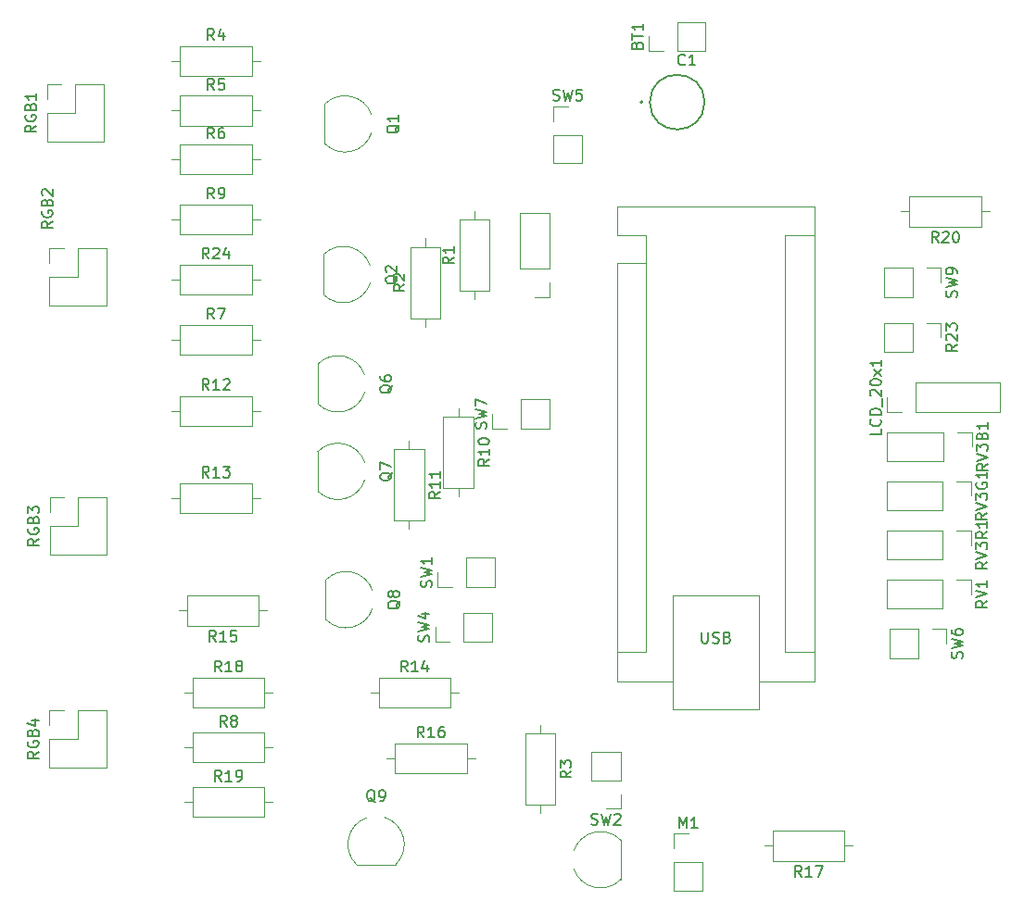
<source format=gbr>
%TF.GenerationSoftware,KiCad,Pcbnew,8.0.6*%
%TF.CreationDate,2024-12-04T16:16:46+01:00*%
%TF.ProjectId,smart home,736d6172-7420-4686-9f6d-652e6b696361,rev?*%
%TF.SameCoordinates,Original*%
%TF.FileFunction,Legend,Top*%
%TF.FilePolarity,Positive*%
%FSLAX46Y46*%
G04 Gerber Fmt 4.6, Leading zero omitted, Abs format (unit mm)*
G04 Created by KiCad (PCBNEW 8.0.6) date 2024-12-04 16:16:46*
%MOMM*%
%LPD*%
G01*
G04 APERTURE LIST*
%ADD10C,0.150000*%
%ADD11C,0.120000*%
%ADD12C,0.200000*%
%ADD13C,0.127000*%
G04 APERTURE END LIST*
D10*
X43193333Y-44314819D02*
X42860000Y-43838628D01*
X42621905Y-44314819D02*
X42621905Y-43314819D01*
X42621905Y-43314819D02*
X43002857Y-43314819D01*
X43002857Y-43314819D02*
X43098095Y-43362438D01*
X43098095Y-43362438D02*
X43145714Y-43410057D01*
X43145714Y-43410057D02*
X43193333Y-43505295D01*
X43193333Y-43505295D02*
X43193333Y-43648152D01*
X43193333Y-43648152D02*
X43145714Y-43743390D01*
X43145714Y-43743390D02*
X43098095Y-43791009D01*
X43098095Y-43791009D02*
X43002857Y-43838628D01*
X43002857Y-43838628D02*
X42621905Y-43838628D01*
X43669524Y-44314819D02*
X43860000Y-44314819D01*
X43860000Y-44314819D02*
X43955238Y-44267200D01*
X43955238Y-44267200D02*
X44002857Y-44219580D01*
X44002857Y-44219580D02*
X44098095Y-44076723D01*
X44098095Y-44076723D02*
X44145714Y-43886247D01*
X44145714Y-43886247D02*
X44145714Y-43505295D01*
X44145714Y-43505295D02*
X44098095Y-43410057D01*
X44098095Y-43410057D02*
X44050476Y-43362438D01*
X44050476Y-43362438D02*
X43955238Y-43314819D01*
X43955238Y-43314819D02*
X43764762Y-43314819D01*
X43764762Y-43314819D02*
X43669524Y-43362438D01*
X43669524Y-43362438D02*
X43621905Y-43410057D01*
X43621905Y-43410057D02*
X43574286Y-43505295D01*
X43574286Y-43505295D02*
X43574286Y-43743390D01*
X43574286Y-43743390D02*
X43621905Y-43838628D01*
X43621905Y-43838628D02*
X43669524Y-43886247D01*
X43669524Y-43886247D02*
X43764762Y-43933866D01*
X43764762Y-43933866D02*
X43955238Y-43933866D01*
X43955238Y-43933866D02*
X44050476Y-43886247D01*
X44050476Y-43886247D02*
X44098095Y-43838628D01*
X44098095Y-43838628D02*
X44145714Y-43743390D01*
X26934819Y-37646666D02*
X26458628Y-37979999D01*
X26934819Y-38218094D02*
X25934819Y-38218094D01*
X25934819Y-38218094D02*
X25934819Y-37837142D01*
X25934819Y-37837142D02*
X25982438Y-37741904D01*
X25982438Y-37741904D02*
X26030057Y-37694285D01*
X26030057Y-37694285D02*
X26125295Y-37646666D01*
X26125295Y-37646666D02*
X26268152Y-37646666D01*
X26268152Y-37646666D02*
X26363390Y-37694285D01*
X26363390Y-37694285D02*
X26411009Y-37741904D01*
X26411009Y-37741904D02*
X26458628Y-37837142D01*
X26458628Y-37837142D02*
X26458628Y-38218094D01*
X25982438Y-36694285D02*
X25934819Y-36789523D01*
X25934819Y-36789523D02*
X25934819Y-36932380D01*
X25934819Y-36932380D02*
X25982438Y-37075237D01*
X25982438Y-37075237D02*
X26077676Y-37170475D01*
X26077676Y-37170475D02*
X26172914Y-37218094D01*
X26172914Y-37218094D02*
X26363390Y-37265713D01*
X26363390Y-37265713D02*
X26506247Y-37265713D01*
X26506247Y-37265713D02*
X26696723Y-37218094D01*
X26696723Y-37218094D02*
X26791961Y-37170475D01*
X26791961Y-37170475D02*
X26887200Y-37075237D01*
X26887200Y-37075237D02*
X26934819Y-36932380D01*
X26934819Y-36932380D02*
X26934819Y-36837142D01*
X26934819Y-36837142D02*
X26887200Y-36694285D01*
X26887200Y-36694285D02*
X26839580Y-36646666D01*
X26839580Y-36646666D02*
X26506247Y-36646666D01*
X26506247Y-36646666D02*
X26506247Y-36837142D01*
X26411009Y-35884761D02*
X26458628Y-35741904D01*
X26458628Y-35741904D02*
X26506247Y-35694285D01*
X26506247Y-35694285D02*
X26601485Y-35646666D01*
X26601485Y-35646666D02*
X26744342Y-35646666D01*
X26744342Y-35646666D02*
X26839580Y-35694285D01*
X26839580Y-35694285D02*
X26887200Y-35741904D01*
X26887200Y-35741904D02*
X26934819Y-35837142D01*
X26934819Y-35837142D02*
X26934819Y-36218094D01*
X26934819Y-36218094D02*
X25934819Y-36218094D01*
X25934819Y-36218094D02*
X25934819Y-35884761D01*
X25934819Y-35884761D02*
X25982438Y-35789523D01*
X25982438Y-35789523D02*
X26030057Y-35741904D01*
X26030057Y-35741904D02*
X26125295Y-35694285D01*
X26125295Y-35694285D02*
X26220533Y-35694285D01*
X26220533Y-35694285D02*
X26315771Y-35741904D01*
X26315771Y-35741904D02*
X26363390Y-35789523D01*
X26363390Y-35789523D02*
X26411009Y-35884761D01*
X26411009Y-35884761D02*
X26411009Y-36218094D01*
X26934819Y-34694285D02*
X26934819Y-35265713D01*
X26934819Y-34979999D02*
X25934819Y-34979999D01*
X25934819Y-34979999D02*
X26077676Y-35075237D01*
X26077676Y-35075237D02*
X26172914Y-35170475D01*
X26172914Y-35170475D02*
X26220533Y-35265713D01*
X43193333Y-55314819D02*
X42860000Y-54838628D01*
X42621905Y-55314819D02*
X42621905Y-54314819D01*
X42621905Y-54314819D02*
X43002857Y-54314819D01*
X43002857Y-54314819D02*
X43098095Y-54362438D01*
X43098095Y-54362438D02*
X43145714Y-54410057D01*
X43145714Y-54410057D02*
X43193333Y-54505295D01*
X43193333Y-54505295D02*
X43193333Y-54648152D01*
X43193333Y-54648152D02*
X43145714Y-54743390D01*
X43145714Y-54743390D02*
X43098095Y-54791009D01*
X43098095Y-54791009D02*
X43002857Y-54838628D01*
X43002857Y-54838628D02*
X42621905Y-54838628D01*
X43526667Y-54314819D02*
X44193333Y-54314819D01*
X44193333Y-54314819D02*
X43764762Y-55314819D01*
X27144819Y-94896666D02*
X26668628Y-95229999D01*
X27144819Y-95468094D02*
X26144819Y-95468094D01*
X26144819Y-95468094D02*
X26144819Y-95087142D01*
X26144819Y-95087142D02*
X26192438Y-94991904D01*
X26192438Y-94991904D02*
X26240057Y-94944285D01*
X26240057Y-94944285D02*
X26335295Y-94896666D01*
X26335295Y-94896666D02*
X26478152Y-94896666D01*
X26478152Y-94896666D02*
X26573390Y-94944285D01*
X26573390Y-94944285D02*
X26621009Y-94991904D01*
X26621009Y-94991904D02*
X26668628Y-95087142D01*
X26668628Y-95087142D02*
X26668628Y-95468094D01*
X26192438Y-93944285D02*
X26144819Y-94039523D01*
X26144819Y-94039523D02*
X26144819Y-94182380D01*
X26144819Y-94182380D02*
X26192438Y-94325237D01*
X26192438Y-94325237D02*
X26287676Y-94420475D01*
X26287676Y-94420475D02*
X26382914Y-94468094D01*
X26382914Y-94468094D02*
X26573390Y-94515713D01*
X26573390Y-94515713D02*
X26716247Y-94515713D01*
X26716247Y-94515713D02*
X26906723Y-94468094D01*
X26906723Y-94468094D02*
X27001961Y-94420475D01*
X27001961Y-94420475D02*
X27097200Y-94325237D01*
X27097200Y-94325237D02*
X27144819Y-94182380D01*
X27144819Y-94182380D02*
X27144819Y-94087142D01*
X27144819Y-94087142D02*
X27097200Y-93944285D01*
X27097200Y-93944285D02*
X27049580Y-93896666D01*
X27049580Y-93896666D02*
X26716247Y-93896666D01*
X26716247Y-93896666D02*
X26716247Y-94087142D01*
X26621009Y-93134761D02*
X26668628Y-92991904D01*
X26668628Y-92991904D02*
X26716247Y-92944285D01*
X26716247Y-92944285D02*
X26811485Y-92896666D01*
X26811485Y-92896666D02*
X26954342Y-92896666D01*
X26954342Y-92896666D02*
X27049580Y-92944285D01*
X27049580Y-92944285D02*
X27097200Y-92991904D01*
X27097200Y-92991904D02*
X27144819Y-93087142D01*
X27144819Y-93087142D02*
X27144819Y-93468094D01*
X27144819Y-93468094D02*
X26144819Y-93468094D01*
X26144819Y-93468094D02*
X26144819Y-93134761D01*
X26144819Y-93134761D02*
X26192438Y-93039523D01*
X26192438Y-93039523D02*
X26240057Y-92991904D01*
X26240057Y-92991904D02*
X26335295Y-92944285D01*
X26335295Y-92944285D02*
X26430533Y-92944285D01*
X26430533Y-92944285D02*
X26525771Y-92991904D01*
X26525771Y-92991904D02*
X26573390Y-93039523D01*
X26573390Y-93039523D02*
X26621009Y-93134761D01*
X26621009Y-93134761D02*
X26621009Y-93468094D01*
X26478152Y-92039523D02*
X27144819Y-92039523D01*
X26097200Y-92277618D02*
X26811485Y-92515713D01*
X26811485Y-92515713D02*
X26811485Y-91896666D01*
X111512200Y-86333332D02*
X111559819Y-86190475D01*
X111559819Y-86190475D02*
X111559819Y-85952380D01*
X111559819Y-85952380D02*
X111512200Y-85857142D01*
X111512200Y-85857142D02*
X111464580Y-85809523D01*
X111464580Y-85809523D02*
X111369342Y-85761904D01*
X111369342Y-85761904D02*
X111274104Y-85761904D01*
X111274104Y-85761904D02*
X111178866Y-85809523D01*
X111178866Y-85809523D02*
X111131247Y-85857142D01*
X111131247Y-85857142D02*
X111083628Y-85952380D01*
X111083628Y-85952380D02*
X111036009Y-86142856D01*
X111036009Y-86142856D02*
X110988390Y-86238094D01*
X110988390Y-86238094D02*
X110940771Y-86285713D01*
X110940771Y-86285713D02*
X110845533Y-86333332D01*
X110845533Y-86333332D02*
X110750295Y-86333332D01*
X110750295Y-86333332D02*
X110655057Y-86285713D01*
X110655057Y-86285713D02*
X110607438Y-86238094D01*
X110607438Y-86238094D02*
X110559819Y-86142856D01*
X110559819Y-86142856D02*
X110559819Y-85904761D01*
X110559819Y-85904761D02*
X110607438Y-85761904D01*
X110559819Y-85428570D02*
X111559819Y-85190475D01*
X111559819Y-85190475D02*
X110845533Y-84999999D01*
X110845533Y-84999999D02*
X111559819Y-84809523D01*
X111559819Y-84809523D02*
X110559819Y-84571428D01*
X110559819Y-83761904D02*
X110559819Y-83952380D01*
X110559819Y-83952380D02*
X110607438Y-84047618D01*
X110607438Y-84047618D02*
X110655057Y-84095237D01*
X110655057Y-84095237D02*
X110797914Y-84190475D01*
X110797914Y-84190475D02*
X110988390Y-84238094D01*
X110988390Y-84238094D02*
X111369342Y-84238094D01*
X111369342Y-84238094D02*
X111464580Y-84190475D01*
X111464580Y-84190475D02*
X111512200Y-84142856D01*
X111512200Y-84142856D02*
X111559819Y-84047618D01*
X111559819Y-84047618D02*
X111559819Y-83857142D01*
X111559819Y-83857142D02*
X111512200Y-83761904D01*
X111512200Y-83761904D02*
X111464580Y-83714285D01*
X111464580Y-83714285D02*
X111369342Y-83666666D01*
X111369342Y-83666666D02*
X111131247Y-83666666D01*
X111131247Y-83666666D02*
X111036009Y-83714285D01*
X111036009Y-83714285D02*
X110988390Y-83761904D01*
X110988390Y-83761904D02*
X110940771Y-83857142D01*
X110940771Y-83857142D02*
X110940771Y-84047618D01*
X110940771Y-84047618D02*
X110988390Y-84142856D01*
X110988390Y-84142856D02*
X111036009Y-84190475D01*
X111036009Y-84190475D02*
X111131247Y-84238094D01*
X85690476Y-101849819D02*
X85690476Y-100849819D01*
X85690476Y-100849819D02*
X86023809Y-101564104D01*
X86023809Y-101564104D02*
X86357142Y-100849819D01*
X86357142Y-100849819D02*
X86357142Y-101849819D01*
X87357142Y-101849819D02*
X86785714Y-101849819D01*
X87071428Y-101849819D02*
X87071428Y-100849819D01*
X87071428Y-100849819D02*
X86976190Y-100992676D01*
X86976190Y-100992676D02*
X86880952Y-101087914D01*
X86880952Y-101087914D02*
X86785714Y-101135533D01*
X109357142Y-48324819D02*
X109023809Y-47848628D01*
X108785714Y-48324819D02*
X108785714Y-47324819D01*
X108785714Y-47324819D02*
X109166666Y-47324819D01*
X109166666Y-47324819D02*
X109261904Y-47372438D01*
X109261904Y-47372438D02*
X109309523Y-47420057D01*
X109309523Y-47420057D02*
X109357142Y-47515295D01*
X109357142Y-47515295D02*
X109357142Y-47658152D01*
X109357142Y-47658152D02*
X109309523Y-47753390D01*
X109309523Y-47753390D02*
X109261904Y-47801009D01*
X109261904Y-47801009D02*
X109166666Y-47848628D01*
X109166666Y-47848628D02*
X108785714Y-47848628D01*
X109738095Y-47420057D02*
X109785714Y-47372438D01*
X109785714Y-47372438D02*
X109880952Y-47324819D01*
X109880952Y-47324819D02*
X110119047Y-47324819D01*
X110119047Y-47324819D02*
X110214285Y-47372438D01*
X110214285Y-47372438D02*
X110261904Y-47420057D01*
X110261904Y-47420057D02*
X110309523Y-47515295D01*
X110309523Y-47515295D02*
X110309523Y-47610533D01*
X110309523Y-47610533D02*
X110261904Y-47753390D01*
X110261904Y-47753390D02*
X109690476Y-48324819D01*
X109690476Y-48324819D02*
X110309523Y-48324819D01*
X110928571Y-47324819D02*
X111023809Y-47324819D01*
X111023809Y-47324819D02*
X111119047Y-47372438D01*
X111119047Y-47372438D02*
X111166666Y-47420057D01*
X111166666Y-47420057D02*
X111214285Y-47515295D01*
X111214285Y-47515295D02*
X111261904Y-47705771D01*
X111261904Y-47705771D02*
X111261904Y-47943866D01*
X111261904Y-47943866D02*
X111214285Y-48134342D01*
X111214285Y-48134342D02*
X111166666Y-48229580D01*
X111166666Y-48229580D02*
X111119047Y-48277200D01*
X111119047Y-48277200D02*
X111023809Y-48324819D01*
X111023809Y-48324819D02*
X110928571Y-48324819D01*
X110928571Y-48324819D02*
X110833333Y-48277200D01*
X110833333Y-48277200D02*
X110785714Y-48229580D01*
X110785714Y-48229580D02*
X110738095Y-48134342D01*
X110738095Y-48134342D02*
X110690476Y-47943866D01*
X110690476Y-47943866D02*
X110690476Y-47705771D01*
X110690476Y-47705771D02*
X110738095Y-47515295D01*
X110738095Y-47515295D02*
X110785714Y-47420057D01*
X110785714Y-47420057D02*
X110833333Y-47372438D01*
X110833333Y-47372438D02*
X110928571Y-47324819D01*
X81826009Y-30285714D02*
X81873628Y-30142857D01*
X81873628Y-30142857D02*
X81921247Y-30095238D01*
X81921247Y-30095238D02*
X82016485Y-30047619D01*
X82016485Y-30047619D02*
X82159342Y-30047619D01*
X82159342Y-30047619D02*
X82254580Y-30095238D01*
X82254580Y-30095238D02*
X82302200Y-30142857D01*
X82302200Y-30142857D02*
X82349819Y-30238095D01*
X82349819Y-30238095D02*
X82349819Y-30619047D01*
X82349819Y-30619047D02*
X81349819Y-30619047D01*
X81349819Y-30619047D02*
X81349819Y-30285714D01*
X81349819Y-30285714D02*
X81397438Y-30190476D01*
X81397438Y-30190476D02*
X81445057Y-30142857D01*
X81445057Y-30142857D02*
X81540295Y-30095238D01*
X81540295Y-30095238D02*
X81635533Y-30095238D01*
X81635533Y-30095238D02*
X81730771Y-30142857D01*
X81730771Y-30142857D02*
X81778390Y-30190476D01*
X81778390Y-30190476D02*
X81826009Y-30285714D01*
X81826009Y-30285714D02*
X81826009Y-30619047D01*
X81349819Y-29761904D02*
X81349819Y-29190476D01*
X82349819Y-29476190D02*
X81349819Y-29476190D01*
X82349819Y-28333333D02*
X82349819Y-28904761D01*
X82349819Y-28619047D02*
X81349819Y-28619047D01*
X81349819Y-28619047D02*
X81492676Y-28714285D01*
X81492676Y-28714285D02*
X81587914Y-28809523D01*
X81587914Y-28809523D02*
X81635533Y-28904761D01*
X43193333Y-38814819D02*
X42860000Y-38338628D01*
X42621905Y-38814819D02*
X42621905Y-37814819D01*
X42621905Y-37814819D02*
X43002857Y-37814819D01*
X43002857Y-37814819D02*
X43098095Y-37862438D01*
X43098095Y-37862438D02*
X43145714Y-37910057D01*
X43145714Y-37910057D02*
X43193333Y-38005295D01*
X43193333Y-38005295D02*
X43193333Y-38148152D01*
X43193333Y-38148152D02*
X43145714Y-38243390D01*
X43145714Y-38243390D02*
X43098095Y-38291009D01*
X43098095Y-38291009D02*
X43002857Y-38338628D01*
X43002857Y-38338628D02*
X42621905Y-38338628D01*
X44050476Y-37814819D02*
X43860000Y-37814819D01*
X43860000Y-37814819D02*
X43764762Y-37862438D01*
X43764762Y-37862438D02*
X43717143Y-37910057D01*
X43717143Y-37910057D02*
X43621905Y-38052914D01*
X43621905Y-38052914D02*
X43574286Y-38243390D01*
X43574286Y-38243390D02*
X43574286Y-38624342D01*
X43574286Y-38624342D02*
X43621905Y-38719580D01*
X43621905Y-38719580D02*
X43669524Y-38767200D01*
X43669524Y-38767200D02*
X43764762Y-38814819D01*
X43764762Y-38814819D02*
X43955238Y-38814819D01*
X43955238Y-38814819D02*
X44050476Y-38767200D01*
X44050476Y-38767200D02*
X44098095Y-38719580D01*
X44098095Y-38719580D02*
X44145714Y-38624342D01*
X44145714Y-38624342D02*
X44145714Y-38386247D01*
X44145714Y-38386247D02*
X44098095Y-38291009D01*
X44098095Y-38291009D02*
X44050476Y-38243390D01*
X44050476Y-38243390D02*
X43955238Y-38195771D01*
X43955238Y-38195771D02*
X43764762Y-38195771D01*
X43764762Y-38195771D02*
X43669524Y-38243390D01*
X43669524Y-38243390D02*
X43621905Y-38291009D01*
X43621905Y-38291009D02*
X43574286Y-38386247D01*
X42717142Y-49814819D02*
X42383809Y-49338628D01*
X42145714Y-49814819D02*
X42145714Y-48814819D01*
X42145714Y-48814819D02*
X42526666Y-48814819D01*
X42526666Y-48814819D02*
X42621904Y-48862438D01*
X42621904Y-48862438D02*
X42669523Y-48910057D01*
X42669523Y-48910057D02*
X42717142Y-49005295D01*
X42717142Y-49005295D02*
X42717142Y-49148152D01*
X42717142Y-49148152D02*
X42669523Y-49243390D01*
X42669523Y-49243390D02*
X42621904Y-49291009D01*
X42621904Y-49291009D02*
X42526666Y-49338628D01*
X42526666Y-49338628D02*
X42145714Y-49338628D01*
X43098095Y-48910057D02*
X43145714Y-48862438D01*
X43145714Y-48862438D02*
X43240952Y-48814819D01*
X43240952Y-48814819D02*
X43479047Y-48814819D01*
X43479047Y-48814819D02*
X43574285Y-48862438D01*
X43574285Y-48862438D02*
X43621904Y-48910057D01*
X43621904Y-48910057D02*
X43669523Y-49005295D01*
X43669523Y-49005295D02*
X43669523Y-49100533D01*
X43669523Y-49100533D02*
X43621904Y-49243390D01*
X43621904Y-49243390D02*
X43050476Y-49814819D01*
X43050476Y-49814819D02*
X43669523Y-49814819D01*
X44526666Y-49148152D02*
X44526666Y-49814819D01*
X44288571Y-48767200D02*
X44050476Y-49481485D01*
X44050476Y-49481485D02*
X44669523Y-49481485D01*
X113864819Y-68571428D02*
X113388628Y-68904761D01*
X113864819Y-69142856D02*
X112864819Y-69142856D01*
X112864819Y-69142856D02*
X112864819Y-68761904D01*
X112864819Y-68761904D02*
X112912438Y-68666666D01*
X112912438Y-68666666D02*
X112960057Y-68619047D01*
X112960057Y-68619047D02*
X113055295Y-68571428D01*
X113055295Y-68571428D02*
X113198152Y-68571428D01*
X113198152Y-68571428D02*
X113293390Y-68619047D01*
X113293390Y-68619047D02*
X113341009Y-68666666D01*
X113341009Y-68666666D02*
X113388628Y-68761904D01*
X113388628Y-68761904D02*
X113388628Y-69142856D01*
X112864819Y-68285713D02*
X113864819Y-67952380D01*
X113864819Y-67952380D02*
X112864819Y-67619047D01*
X112864819Y-67380951D02*
X112864819Y-66761904D01*
X112864819Y-66761904D02*
X113245771Y-67095237D01*
X113245771Y-67095237D02*
X113245771Y-66952380D01*
X113245771Y-66952380D02*
X113293390Y-66857142D01*
X113293390Y-66857142D02*
X113341009Y-66809523D01*
X113341009Y-66809523D02*
X113436247Y-66761904D01*
X113436247Y-66761904D02*
X113674342Y-66761904D01*
X113674342Y-66761904D02*
X113769580Y-66809523D01*
X113769580Y-66809523D02*
X113817200Y-66857142D01*
X113817200Y-66857142D02*
X113864819Y-66952380D01*
X113864819Y-66952380D02*
X113864819Y-67238094D01*
X113864819Y-67238094D02*
X113817200Y-67333332D01*
X113817200Y-67333332D02*
X113769580Y-67380951D01*
X113341009Y-65999999D02*
X113388628Y-65857142D01*
X113388628Y-65857142D02*
X113436247Y-65809523D01*
X113436247Y-65809523D02*
X113531485Y-65761904D01*
X113531485Y-65761904D02*
X113674342Y-65761904D01*
X113674342Y-65761904D02*
X113769580Y-65809523D01*
X113769580Y-65809523D02*
X113817200Y-65857142D01*
X113817200Y-65857142D02*
X113864819Y-65952380D01*
X113864819Y-65952380D02*
X113864819Y-66333332D01*
X113864819Y-66333332D02*
X112864819Y-66333332D01*
X112864819Y-66333332D02*
X112864819Y-65999999D01*
X112864819Y-65999999D02*
X112912438Y-65904761D01*
X112912438Y-65904761D02*
X112960057Y-65857142D01*
X112960057Y-65857142D02*
X113055295Y-65809523D01*
X113055295Y-65809523D02*
X113150533Y-65809523D01*
X113150533Y-65809523D02*
X113245771Y-65857142D01*
X113245771Y-65857142D02*
X113293390Y-65904761D01*
X113293390Y-65904761D02*
X113341009Y-65999999D01*
X113341009Y-65999999D02*
X113341009Y-66333332D01*
X113864819Y-64809523D02*
X113864819Y-65380951D01*
X113864819Y-65095237D02*
X112864819Y-65095237D01*
X112864819Y-65095237D02*
X113007676Y-65190475D01*
X113007676Y-65190475D02*
X113102914Y-65285713D01*
X113102914Y-65285713D02*
X113150533Y-65380951D01*
X57904761Y-99510057D02*
X57809523Y-99462438D01*
X57809523Y-99462438D02*
X57714285Y-99367200D01*
X57714285Y-99367200D02*
X57571428Y-99224342D01*
X57571428Y-99224342D02*
X57476190Y-99176723D01*
X57476190Y-99176723D02*
X57380952Y-99176723D01*
X57428571Y-99414819D02*
X57333333Y-99367200D01*
X57333333Y-99367200D02*
X57238095Y-99271961D01*
X57238095Y-99271961D02*
X57190476Y-99081485D01*
X57190476Y-99081485D02*
X57190476Y-98748152D01*
X57190476Y-98748152D02*
X57238095Y-98557676D01*
X57238095Y-98557676D02*
X57333333Y-98462438D01*
X57333333Y-98462438D02*
X57428571Y-98414819D01*
X57428571Y-98414819D02*
X57619047Y-98414819D01*
X57619047Y-98414819D02*
X57714285Y-98462438D01*
X57714285Y-98462438D02*
X57809523Y-98557676D01*
X57809523Y-98557676D02*
X57857142Y-98748152D01*
X57857142Y-98748152D02*
X57857142Y-99081485D01*
X57857142Y-99081485D02*
X57809523Y-99271961D01*
X57809523Y-99271961D02*
X57714285Y-99367200D01*
X57714285Y-99367200D02*
X57619047Y-99414819D01*
X57619047Y-99414819D02*
X57428571Y-99414819D01*
X58333333Y-99414819D02*
X58523809Y-99414819D01*
X58523809Y-99414819D02*
X58619047Y-99367200D01*
X58619047Y-99367200D02*
X58666666Y-99319580D01*
X58666666Y-99319580D02*
X58761904Y-99176723D01*
X58761904Y-99176723D02*
X58809523Y-98986247D01*
X58809523Y-98986247D02*
X58809523Y-98605295D01*
X58809523Y-98605295D02*
X58761904Y-98510057D01*
X58761904Y-98510057D02*
X58714285Y-98462438D01*
X58714285Y-98462438D02*
X58619047Y-98414819D01*
X58619047Y-98414819D02*
X58428571Y-98414819D01*
X58428571Y-98414819D02*
X58333333Y-98462438D01*
X58333333Y-98462438D02*
X58285714Y-98510057D01*
X58285714Y-98510057D02*
X58238095Y-98605295D01*
X58238095Y-98605295D02*
X58238095Y-98843390D01*
X58238095Y-98843390D02*
X58285714Y-98938628D01*
X58285714Y-98938628D02*
X58333333Y-98986247D01*
X58333333Y-98986247D02*
X58428571Y-99033866D01*
X58428571Y-99033866D02*
X58619047Y-99033866D01*
X58619047Y-99033866D02*
X58714285Y-98986247D01*
X58714285Y-98986247D02*
X58761904Y-98938628D01*
X58761904Y-98938628D02*
X58809523Y-98843390D01*
X104124819Y-65404762D02*
X104124819Y-65880952D01*
X104124819Y-65880952D02*
X103124819Y-65880952D01*
X104029580Y-64500000D02*
X104077200Y-64547619D01*
X104077200Y-64547619D02*
X104124819Y-64690476D01*
X104124819Y-64690476D02*
X104124819Y-64785714D01*
X104124819Y-64785714D02*
X104077200Y-64928571D01*
X104077200Y-64928571D02*
X103981961Y-65023809D01*
X103981961Y-65023809D02*
X103886723Y-65071428D01*
X103886723Y-65071428D02*
X103696247Y-65119047D01*
X103696247Y-65119047D02*
X103553390Y-65119047D01*
X103553390Y-65119047D02*
X103362914Y-65071428D01*
X103362914Y-65071428D02*
X103267676Y-65023809D01*
X103267676Y-65023809D02*
X103172438Y-64928571D01*
X103172438Y-64928571D02*
X103124819Y-64785714D01*
X103124819Y-64785714D02*
X103124819Y-64690476D01*
X103124819Y-64690476D02*
X103172438Y-64547619D01*
X103172438Y-64547619D02*
X103220057Y-64500000D01*
X104124819Y-64071428D02*
X103124819Y-64071428D01*
X103124819Y-64071428D02*
X103124819Y-63833333D01*
X103124819Y-63833333D02*
X103172438Y-63690476D01*
X103172438Y-63690476D02*
X103267676Y-63595238D01*
X103267676Y-63595238D02*
X103362914Y-63547619D01*
X103362914Y-63547619D02*
X103553390Y-63500000D01*
X103553390Y-63500000D02*
X103696247Y-63500000D01*
X103696247Y-63500000D02*
X103886723Y-63547619D01*
X103886723Y-63547619D02*
X103981961Y-63595238D01*
X103981961Y-63595238D02*
X104077200Y-63690476D01*
X104077200Y-63690476D02*
X104124819Y-63833333D01*
X104124819Y-63833333D02*
X104124819Y-64071428D01*
X104220057Y-63309524D02*
X104220057Y-62547619D01*
X103220057Y-62357142D02*
X103172438Y-62309523D01*
X103172438Y-62309523D02*
X103124819Y-62214285D01*
X103124819Y-62214285D02*
X103124819Y-61976190D01*
X103124819Y-61976190D02*
X103172438Y-61880952D01*
X103172438Y-61880952D02*
X103220057Y-61833333D01*
X103220057Y-61833333D02*
X103315295Y-61785714D01*
X103315295Y-61785714D02*
X103410533Y-61785714D01*
X103410533Y-61785714D02*
X103553390Y-61833333D01*
X103553390Y-61833333D02*
X104124819Y-62404761D01*
X104124819Y-62404761D02*
X104124819Y-61785714D01*
X103124819Y-61166666D02*
X103124819Y-61071428D01*
X103124819Y-61071428D02*
X103172438Y-60976190D01*
X103172438Y-60976190D02*
X103220057Y-60928571D01*
X103220057Y-60928571D02*
X103315295Y-60880952D01*
X103315295Y-60880952D02*
X103505771Y-60833333D01*
X103505771Y-60833333D02*
X103743866Y-60833333D01*
X103743866Y-60833333D02*
X103934342Y-60880952D01*
X103934342Y-60880952D02*
X104029580Y-60928571D01*
X104029580Y-60928571D02*
X104077200Y-60976190D01*
X104077200Y-60976190D02*
X104124819Y-61071428D01*
X104124819Y-61071428D02*
X104124819Y-61166666D01*
X104124819Y-61166666D02*
X104077200Y-61261904D01*
X104077200Y-61261904D02*
X104029580Y-61309523D01*
X104029580Y-61309523D02*
X103934342Y-61357142D01*
X103934342Y-61357142D02*
X103743866Y-61404761D01*
X103743866Y-61404761D02*
X103505771Y-61404761D01*
X103505771Y-61404761D02*
X103315295Y-61357142D01*
X103315295Y-61357142D02*
X103220057Y-61309523D01*
X103220057Y-61309523D02*
X103172438Y-61261904D01*
X103172438Y-61261904D02*
X103124819Y-61166666D01*
X104124819Y-60499999D02*
X103458152Y-59976190D01*
X103458152Y-60499999D02*
X104124819Y-59976190D01*
X104124819Y-59071428D02*
X104124819Y-59642856D01*
X104124819Y-59357142D02*
X103124819Y-59357142D01*
X103124819Y-59357142D02*
X103267676Y-59452380D01*
X103267676Y-59452380D02*
X103362914Y-59547618D01*
X103362914Y-59547618D02*
X103410533Y-59642856D01*
X62802200Y-84833332D02*
X62849819Y-84690475D01*
X62849819Y-84690475D02*
X62849819Y-84452380D01*
X62849819Y-84452380D02*
X62802200Y-84357142D01*
X62802200Y-84357142D02*
X62754580Y-84309523D01*
X62754580Y-84309523D02*
X62659342Y-84261904D01*
X62659342Y-84261904D02*
X62564104Y-84261904D01*
X62564104Y-84261904D02*
X62468866Y-84309523D01*
X62468866Y-84309523D02*
X62421247Y-84357142D01*
X62421247Y-84357142D02*
X62373628Y-84452380D01*
X62373628Y-84452380D02*
X62326009Y-84642856D01*
X62326009Y-84642856D02*
X62278390Y-84738094D01*
X62278390Y-84738094D02*
X62230771Y-84785713D01*
X62230771Y-84785713D02*
X62135533Y-84833332D01*
X62135533Y-84833332D02*
X62040295Y-84833332D01*
X62040295Y-84833332D02*
X61945057Y-84785713D01*
X61945057Y-84785713D02*
X61897438Y-84738094D01*
X61897438Y-84738094D02*
X61849819Y-84642856D01*
X61849819Y-84642856D02*
X61849819Y-84404761D01*
X61849819Y-84404761D02*
X61897438Y-84261904D01*
X61849819Y-83928570D02*
X62849819Y-83690475D01*
X62849819Y-83690475D02*
X62135533Y-83499999D01*
X62135533Y-83499999D02*
X62849819Y-83309523D01*
X62849819Y-83309523D02*
X61849819Y-83071428D01*
X62183152Y-82261904D02*
X62849819Y-82261904D01*
X61802200Y-82499999D02*
X62516485Y-82738094D01*
X62516485Y-82738094D02*
X62516485Y-82119047D01*
X63037200Y-79833332D02*
X63084819Y-79690475D01*
X63084819Y-79690475D02*
X63084819Y-79452380D01*
X63084819Y-79452380D02*
X63037200Y-79357142D01*
X63037200Y-79357142D02*
X62989580Y-79309523D01*
X62989580Y-79309523D02*
X62894342Y-79261904D01*
X62894342Y-79261904D02*
X62799104Y-79261904D01*
X62799104Y-79261904D02*
X62703866Y-79309523D01*
X62703866Y-79309523D02*
X62656247Y-79357142D01*
X62656247Y-79357142D02*
X62608628Y-79452380D01*
X62608628Y-79452380D02*
X62561009Y-79642856D01*
X62561009Y-79642856D02*
X62513390Y-79738094D01*
X62513390Y-79738094D02*
X62465771Y-79785713D01*
X62465771Y-79785713D02*
X62370533Y-79833332D01*
X62370533Y-79833332D02*
X62275295Y-79833332D01*
X62275295Y-79833332D02*
X62180057Y-79785713D01*
X62180057Y-79785713D02*
X62132438Y-79738094D01*
X62132438Y-79738094D02*
X62084819Y-79642856D01*
X62084819Y-79642856D02*
X62084819Y-79404761D01*
X62084819Y-79404761D02*
X62132438Y-79261904D01*
X62084819Y-78928570D02*
X63084819Y-78690475D01*
X63084819Y-78690475D02*
X62370533Y-78499999D01*
X62370533Y-78499999D02*
X63084819Y-78309523D01*
X63084819Y-78309523D02*
X62084819Y-78071428D01*
X63084819Y-77166666D02*
X63084819Y-77738094D01*
X63084819Y-77452380D02*
X62084819Y-77452380D01*
X62084819Y-77452380D02*
X62227676Y-77547618D01*
X62227676Y-77547618D02*
X62322914Y-77642856D01*
X62322914Y-77642856D02*
X62370533Y-77738094D01*
X59450057Y-61365238D02*
X59402438Y-61460476D01*
X59402438Y-61460476D02*
X59307200Y-61555714D01*
X59307200Y-61555714D02*
X59164342Y-61698571D01*
X59164342Y-61698571D02*
X59116723Y-61793809D01*
X59116723Y-61793809D02*
X59116723Y-61889047D01*
X59354819Y-61841428D02*
X59307200Y-61936666D01*
X59307200Y-61936666D02*
X59211961Y-62031904D01*
X59211961Y-62031904D02*
X59021485Y-62079523D01*
X59021485Y-62079523D02*
X58688152Y-62079523D01*
X58688152Y-62079523D02*
X58497676Y-62031904D01*
X58497676Y-62031904D02*
X58402438Y-61936666D01*
X58402438Y-61936666D02*
X58354819Y-61841428D01*
X58354819Y-61841428D02*
X58354819Y-61650952D01*
X58354819Y-61650952D02*
X58402438Y-61555714D01*
X58402438Y-61555714D02*
X58497676Y-61460476D01*
X58497676Y-61460476D02*
X58688152Y-61412857D01*
X58688152Y-61412857D02*
X59021485Y-61412857D01*
X59021485Y-61412857D02*
X59211961Y-61460476D01*
X59211961Y-61460476D02*
X59307200Y-61555714D01*
X59307200Y-61555714D02*
X59354819Y-61650952D01*
X59354819Y-61650952D02*
X59354819Y-61841428D01*
X58354819Y-60555714D02*
X58354819Y-60746190D01*
X58354819Y-60746190D02*
X58402438Y-60841428D01*
X58402438Y-60841428D02*
X58450057Y-60889047D01*
X58450057Y-60889047D02*
X58592914Y-60984285D01*
X58592914Y-60984285D02*
X58783390Y-61031904D01*
X58783390Y-61031904D02*
X59164342Y-61031904D01*
X59164342Y-61031904D02*
X59259580Y-60984285D01*
X59259580Y-60984285D02*
X59307200Y-60936666D01*
X59307200Y-60936666D02*
X59354819Y-60841428D01*
X59354819Y-60841428D02*
X59354819Y-60650952D01*
X59354819Y-60650952D02*
X59307200Y-60555714D01*
X59307200Y-60555714D02*
X59259580Y-60508095D01*
X59259580Y-60508095D02*
X59164342Y-60460476D01*
X59164342Y-60460476D02*
X58926247Y-60460476D01*
X58926247Y-60460476D02*
X58831009Y-60508095D01*
X58831009Y-60508095D02*
X58783390Y-60555714D01*
X58783390Y-60555714D02*
X58735771Y-60650952D01*
X58735771Y-60650952D02*
X58735771Y-60841428D01*
X58735771Y-60841428D02*
X58783390Y-60936666D01*
X58783390Y-60936666D02*
X58831009Y-60984285D01*
X58831009Y-60984285D02*
X58926247Y-61031904D01*
X60584819Y-52166666D02*
X60108628Y-52499999D01*
X60584819Y-52738094D02*
X59584819Y-52738094D01*
X59584819Y-52738094D02*
X59584819Y-52357142D01*
X59584819Y-52357142D02*
X59632438Y-52261904D01*
X59632438Y-52261904D02*
X59680057Y-52214285D01*
X59680057Y-52214285D02*
X59775295Y-52166666D01*
X59775295Y-52166666D02*
X59918152Y-52166666D01*
X59918152Y-52166666D02*
X60013390Y-52214285D01*
X60013390Y-52214285D02*
X60061009Y-52261904D01*
X60061009Y-52261904D02*
X60108628Y-52357142D01*
X60108628Y-52357142D02*
X60108628Y-52738094D01*
X59680057Y-51785713D02*
X59632438Y-51738094D01*
X59632438Y-51738094D02*
X59584819Y-51642856D01*
X59584819Y-51642856D02*
X59584819Y-51404761D01*
X59584819Y-51404761D02*
X59632438Y-51309523D01*
X59632438Y-51309523D02*
X59680057Y-51261904D01*
X59680057Y-51261904D02*
X59775295Y-51214285D01*
X59775295Y-51214285D02*
X59870533Y-51214285D01*
X59870533Y-51214285D02*
X60013390Y-51261904D01*
X60013390Y-51261904D02*
X60584819Y-51833332D01*
X60584819Y-51833332D02*
X60584819Y-51214285D01*
X27184819Y-75436666D02*
X26708628Y-75769999D01*
X27184819Y-76008094D02*
X26184819Y-76008094D01*
X26184819Y-76008094D02*
X26184819Y-75627142D01*
X26184819Y-75627142D02*
X26232438Y-75531904D01*
X26232438Y-75531904D02*
X26280057Y-75484285D01*
X26280057Y-75484285D02*
X26375295Y-75436666D01*
X26375295Y-75436666D02*
X26518152Y-75436666D01*
X26518152Y-75436666D02*
X26613390Y-75484285D01*
X26613390Y-75484285D02*
X26661009Y-75531904D01*
X26661009Y-75531904D02*
X26708628Y-75627142D01*
X26708628Y-75627142D02*
X26708628Y-76008094D01*
X26232438Y-74484285D02*
X26184819Y-74579523D01*
X26184819Y-74579523D02*
X26184819Y-74722380D01*
X26184819Y-74722380D02*
X26232438Y-74865237D01*
X26232438Y-74865237D02*
X26327676Y-74960475D01*
X26327676Y-74960475D02*
X26422914Y-75008094D01*
X26422914Y-75008094D02*
X26613390Y-75055713D01*
X26613390Y-75055713D02*
X26756247Y-75055713D01*
X26756247Y-75055713D02*
X26946723Y-75008094D01*
X26946723Y-75008094D02*
X27041961Y-74960475D01*
X27041961Y-74960475D02*
X27137200Y-74865237D01*
X27137200Y-74865237D02*
X27184819Y-74722380D01*
X27184819Y-74722380D02*
X27184819Y-74627142D01*
X27184819Y-74627142D02*
X27137200Y-74484285D01*
X27137200Y-74484285D02*
X27089580Y-74436666D01*
X27089580Y-74436666D02*
X26756247Y-74436666D01*
X26756247Y-74436666D02*
X26756247Y-74627142D01*
X26661009Y-73674761D02*
X26708628Y-73531904D01*
X26708628Y-73531904D02*
X26756247Y-73484285D01*
X26756247Y-73484285D02*
X26851485Y-73436666D01*
X26851485Y-73436666D02*
X26994342Y-73436666D01*
X26994342Y-73436666D02*
X27089580Y-73484285D01*
X27089580Y-73484285D02*
X27137200Y-73531904D01*
X27137200Y-73531904D02*
X27184819Y-73627142D01*
X27184819Y-73627142D02*
X27184819Y-74008094D01*
X27184819Y-74008094D02*
X26184819Y-74008094D01*
X26184819Y-74008094D02*
X26184819Y-73674761D01*
X26184819Y-73674761D02*
X26232438Y-73579523D01*
X26232438Y-73579523D02*
X26280057Y-73531904D01*
X26280057Y-73531904D02*
X26375295Y-73484285D01*
X26375295Y-73484285D02*
X26470533Y-73484285D01*
X26470533Y-73484285D02*
X26565771Y-73531904D01*
X26565771Y-73531904D02*
X26613390Y-73579523D01*
X26613390Y-73579523D02*
X26661009Y-73674761D01*
X26661009Y-73674761D02*
X26661009Y-74008094D01*
X26184819Y-73103332D02*
X26184819Y-72484285D01*
X26184819Y-72484285D02*
X26565771Y-72817618D01*
X26565771Y-72817618D02*
X26565771Y-72674761D01*
X26565771Y-72674761D02*
X26613390Y-72579523D01*
X26613390Y-72579523D02*
X26661009Y-72531904D01*
X26661009Y-72531904D02*
X26756247Y-72484285D01*
X26756247Y-72484285D02*
X26994342Y-72484285D01*
X26994342Y-72484285D02*
X27089580Y-72531904D01*
X27089580Y-72531904D02*
X27137200Y-72579523D01*
X27137200Y-72579523D02*
X27184819Y-72674761D01*
X27184819Y-72674761D02*
X27184819Y-72960475D01*
X27184819Y-72960475D02*
X27137200Y-73055713D01*
X27137200Y-73055713D02*
X27089580Y-73103332D01*
X65084819Y-49666666D02*
X64608628Y-49999999D01*
X65084819Y-50238094D02*
X64084819Y-50238094D01*
X64084819Y-50238094D02*
X64084819Y-49857142D01*
X64084819Y-49857142D02*
X64132438Y-49761904D01*
X64132438Y-49761904D02*
X64180057Y-49714285D01*
X64180057Y-49714285D02*
X64275295Y-49666666D01*
X64275295Y-49666666D02*
X64418152Y-49666666D01*
X64418152Y-49666666D02*
X64513390Y-49714285D01*
X64513390Y-49714285D02*
X64561009Y-49761904D01*
X64561009Y-49761904D02*
X64608628Y-49857142D01*
X64608628Y-49857142D02*
X64608628Y-50238094D01*
X65084819Y-48714285D02*
X65084819Y-49285713D01*
X65084819Y-48999999D02*
X64084819Y-48999999D01*
X64084819Y-48999999D02*
X64227676Y-49095237D01*
X64227676Y-49095237D02*
X64322914Y-49190475D01*
X64322914Y-49190475D02*
X64370533Y-49285713D01*
X111059819Y-57642857D02*
X110583628Y-57976190D01*
X111059819Y-58214285D02*
X110059819Y-58214285D01*
X110059819Y-58214285D02*
X110059819Y-57833333D01*
X110059819Y-57833333D02*
X110107438Y-57738095D01*
X110107438Y-57738095D02*
X110155057Y-57690476D01*
X110155057Y-57690476D02*
X110250295Y-57642857D01*
X110250295Y-57642857D02*
X110393152Y-57642857D01*
X110393152Y-57642857D02*
X110488390Y-57690476D01*
X110488390Y-57690476D02*
X110536009Y-57738095D01*
X110536009Y-57738095D02*
X110583628Y-57833333D01*
X110583628Y-57833333D02*
X110583628Y-58214285D01*
X110155057Y-57261904D02*
X110107438Y-57214285D01*
X110107438Y-57214285D02*
X110059819Y-57119047D01*
X110059819Y-57119047D02*
X110059819Y-56880952D01*
X110059819Y-56880952D02*
X110107438Y-56785714D01*
X110107438Y-56785714D02*
X110155057Y-56738095D01*
X110155057Y-56738095D02*
X110250295Y-56690476D01*
X110250295Y-56690476D02*
X110345533Y-56690476D01*
X110345533Y-56690476D02*
X110488390Y-56738095D01*
X110488390Y-56738095D02*
X111059819Y-57309523D01*
X111059819Y-57309523D02*
X111059819Y-56690476D01*
X110059819Y-56357142D02*
X110059819Y-55738095D01*
X110059819Y-55738095D02*
X110440771Y-56071428D01*
X110440771Y-56071428D02*
X110440771Y-55928571D01*
X110440771Y-55928571D02*
X110488390Y-55833333D01*
X110488390Y-55833333D02*
X110536009Y-55785714D01*
X110536009Y-55785714D02*
X110631247Y-55738095D01*
X110631247Y-55738095D02*
X110869342Y-55738095D01*
X110869342Y-55738095D02*
X110964580Y-55785714D01*
X110964580Y-55785714D02*
X111012200Y-55833333D01*
X111012200Y-55833333D02*
X111059819Y-55928571D01*
X111059819Y-55928571D02*
X111059819Y-56214285D01*
X111059819Y-56214285D02*
X111012200Y-56309523D01*
X111012200Y-56309523D02*
X110964580Y-56357142D01*
X113824819Y-77571428D02*
X113348628Y-77904761D01*
X113824819Y-78142856D02*
X112824819Y-78142856D01*
X112824819Y-78142856D02*
X112824819Y-77761904D01*
X112824819Y-77761904D02*
X112872438Y-77666666D01*
X112872438Y-77666666D02*
X112920057Y-77619047D01*
X112920057Y-77619047D02*
X113015295Y-77571428D01*
X113015295Y-77571428D02*
X113158152Y-77571428D01*
X113158152Y-77571428D02*
X113253390Y-77619047D01*
X113253390Y-77619047D02*
X113301009Y-77666666D01*
X113301009Y-77666666D02*
X113348628Y-77761904D01*
X113348628Y-77761904D02*
X113348628Y-78142856D01*
X112824819Y-77285713D02*
X113824819Y-76952380D01*
X113824819Y-76952380D02*
X112824819Y-76619047D01*
X112824819Y-76380951D02*
X112824819Y-75761904D01*
X112824819Y-75761904D02*
X113205771Y-76095237D01*
X113205771Y-76095237D02*
X113205771Y-75952380D01*
X113205771Y-75952380D02*
X113253390Y-75857142D01*
X113253390Y-75857142D02*
X113301009Y-75809523D01*
X113301009Y-75809523D02*
X113396247Y-75761904D01*
X113396247Y-75761904D02*
X113634342Y-75761904D01*
X113634342Y-75761904D02*
X113729580Y-75809523D01*
X113729580Y-75809523D02*
X113777200Y-75857142D01*
X113777200Y-75857142D02*
X113824819Y-75952380D01*
X113824819Y-75952380D02*
X113824819Y-76238094D01*
X113824819Y-76238094D02*
X113777200Y-76333332D01*
X113777200Y-76333332D02*
X113729580Y-76380951D01*
X113824819Y-74761904D02*
X113348628Y-75095237D01*
X113824819Y-75333332D02*
X112824819Y-75333332D01*
X112824819Y-75333332D02*
X112824819Y-74952380D01*
X112824819Y-74952380D02*
X112872438Y-74857142D01*
X112872438Y-74857142D02*
X112920057Y-74809523D01*
X112920057Y-74809523D02*
X113015295Y-74761904D01*
X113015295Y-74761904D02*
X113158152Y-74761904D01*
X113158152Y-74761904D02*
X113253390Y-74809523D01*
X113253390Y-74809523D02*
X113301009Y-74857142D01*
X113301009Y-74857142D02*
X113348628Y-74952380D01*
X113348628Y-74952380D02*
X113348628Y-75333332D01*
X113824819Y-73809523D02*
X113824819Y-74380951D01*
X113824819Y-74095237D02*
X112824819Y-74095237D01*
X112824819Y-74095237D02*
X112967676Y-74190475D01*
X112967676Y-74190475D02*
X113062914Y-74285713D01*
X113062914Y-74285713D02*
X113110533Y-74380951D01*
X59450057Y-69365238D02*
X59402438Y-69460476D01*
X59402438Y-69460476D02*
X59307200Y-69555714D01*
X59307200Y-69555714D02*
X59164342Y-69698571D01*
X59164342Y-69698571D02*
X59116723Y-69793809D01*
X59116723Y-69793809D02*
X59116723Y-69889047D01*
X59354819Y-69841428D02*
X59307200Y-69936666D01*
X59307200Y-69936666D02*
X59211961Y-70031904D01*
X59211961Y-70031904D02*
X59021485Y-70079523D01*
X59021485Y-70079523D02*
X58688152Y-70079523D01*
X58688152Y-70079523D02*
X58497676Y-70031904D01*
X58497676Y-70031904D02*
X58402438Y-69936666D01*
X58402438Y-69936666D02*
X58354819Y-69841428D01*
X58354819Y-69841428D02*
X58354819Y-69650952D01*
X58354819Y-69650952D02*
X58402438Y-69555714D01*
X58402438Y-69555714D02*
X58497676Y-69460476D01*
X58497676Y-69460476D02*
X58688152Y-69412857D01*
X58688152Y-69412857D02*
X59021485Y-69412857D01*
X59021485Y-69412857D02*
X59211961Y-69460476D01*
X59211961Y-69460476D02*
X59307200Y-69555714D01*
X59307200Y-69555714D02*
X59354819Y-69650952D01*
X59354819Y-69650952D02*
X59354819Y-69841428D01*
X58354819Y-69079523D02*
X58354819Y-68412857D01*
X58354819Y-68412857D02*
X59354819Y-68841428D01*
X60090057Y-37595238D02*
X60042438Y-37690476D01*
X60042438Y-37690476D02*
X59947200Y-37785714D01*
X59947200Y-37785714D02*
X59804342Y-37928571D01*
X59804342Y-37928571D02*
X59756723Y-38023809D01*
X59756723Y-38023809D02*
X59756723Y-38119047D01*
X59994819Y-38071428D02*
X59947200Y-38166666D01*
X59947200Y-38166666D02*
X59851961Y-38261904D01*
X59851961Y-38261904D02*
X59661485Y-38309523D01*
X59661485Y-38309523D02*
X59328152Y-38309523D01*
X59328152Y-38309523D02*
X59137676Y-38261904D01*
X59137676Y-38261904D02*
X59042438Y-38166666D01*
X59042438Y-38166666D02*
X58994819Y-38071428D01*
X58994819Y-38071428D02*
X58994819Y-37880952D01*
X58994819Y-37880952D02*
X59042438Y-37785714D01*
X59042438Y-37785714D02*
X59137676Y-37690476D01*
X59137676Y-37690476D02*
X59328152Y-37642857D01*
X59328152Y-37642857D02*
X59661485Y-37642857D01*
X59661485Y-37642857D02*
X59851961Y-37690476D01*
X59851961Y-37690476D02*
X59947200Y-37785714D01*
X59947200Y-37785714D02*
X59994819Y-37880952D01*
X59994819Y-37880952D02*
X59994819Y-38071428D01*
X59994819Y-36690476D02*
X59994819Y-37261904D01*
X59994819Y-36976190D02*
X58994819Y-36976190D01*
X58994819Y-36976190D02*
X59137676Y-37071428D01*
X59137676Y-37071428D02*
X59232914Y-37166666D01*
X59232914Y-37166666D02*
X59280533Y-37261904D01*
X28454819Y-46416666D02*
X27978628Y-46749999D01*
X28454819Y-46988094D02*
X27454819Y-46988094D01*
X27454819Y-46988094D02*
X27454819Y-46607142D01*
X27454819Y-46607142D02*
X27502438Y-46511904D01*
X27502438Y-46511904D02*
X27550057Y-46464285D01*
X27550057Y-46464285D02*
X27645295Y-46416666D01*
X27645295Y-46416666D02*
X27788152Y-46416666D01*
X27788152Y-46416666D02*
X27883390Y-46464285D01*
X27883390Y-46464285D02*
X27931009Y-46511904D01*
X27931009Y-46511904D02*
X27978628Y-46607142D01*
X27978628Y-46607142D02*
X27978628Y-46988094D01*
X27502438Y-45464285D02*
X27454819Y-45559523D01*
X27454819Y-45559523D02*
X27454819Y-45702380D01*
X27454819Y-45702380D02*
X27502438Y-45845237D01*
X27502438Y-45845237D02*
X27597676Y-45940475D01*
X27597676Y-45940475D02*
X27692914Y-45988094D01*
X27692914Y-45988094D02*
X27883390Y-46035713D01*
X27883390Y-46035713D02*
X28026247Y-46035713D01*
X28026247Y-46035713D02*
X28216723Y-45988094D01*
X28216723Y-45988094D02*
X28311961Y-45940475D01*
X28311961Y-45940475D02*
X28407200Y-45845237D01*
X28407200Y-45845237D02*
X28454819Y-45702380D01*
X28454819Y-45702380D02*
X28454819Y-45607142D01*
X28454819Y-45607142D02*
X28407200Y-45464285D01*
X28407200Y-45464285D02*
X28359580Y-45416666D01*
X28359580Y-45416666D02*
X28026247Y-45416666D01*
X28026247Y-45416666D02*
X28026247Y-45607142D01*
X27931009Y-44654761D02*
X27978628Y-44511904D01*
X27978628Y-44511904D02*
X28026247Y-44464285D01*
X28026247Y-44464285D02*
X28121485Y-44416666D01*
X28121485Y-44416666D02*
X28264342Y-44416666D01*
X28264342Y-44416666D02*
X28359580Y-44464285D01*
X28359580Y-44464285D02*
X28407200Y-44511904D01*
X28407200Y-44511904D02*
X28454819Y-44607142D01*
X28454819Y-44607142D02*
X28454819Y-44988094D01*
X28454819Y-44988094D02*
X27454819Y-44988094D01*
X27454819Y-44988094D02*
X27454819Y-44654761D01*
X27454819Y-44654761D02*
X27502438Y-44559523D01*
X27502438Y-44559523D02*
X27550057Y-44511904D01*
X27550057Y-44511904D02*
X27645295Y-44464285D01*
X27645295Y-44464285D02*
X27740533Y-44464285D01*
X27740533Y-44464285D02*
X27835771Y-44511904D01*
X27835771Y-44511904D02*
X27883390Y-44559523D01*
X27883390Y-44559523D02*
X27931009Y-44654761D01*
X27931009Y-44654761D02*
X27931009Y-44988094D01*
X27550057Y-44035713D02*
X27502438Y-43988094D01*
X27502438Y-43988094D02*
X27454819Y-43892856D01*
X27454819Y-43892856D02*
X27454819Y-43654761D01*
X27454819Y-43654761D02*
X27502438Y-43559523D01*
X27502438Y-43559523D02*
X27550057Y-43511904D01*
X27550057Y-43511904D02*
X27645295Y-43464285D01*
X27645295Y-43464285D02*
X27740533Y-43464285D01*
X27740533Y-43464285D02*
X27883390Y-43511904D01*
X27883390Y-43511904D02*
X28454819Y-44083332D01*
X28454819Y-44083332D02*
X28454819Y-43464285D01*
X63824819Y-71142857D02*
X63348628Y-71476190D01*
X63824819Y-71714285D02*
X62824819Y-71714285D01*
X62824819Y-71714285D02*
X62824819Y-71333333D01*
X62824819Y-71333333D02*
X62872438Y-71238095D01*
X62872438Y-71238095D02*
X62920057Y-71190476D01*
X62920057Y-71190476D02*
X63015295Y-71142857D01*
X63015295Y-71142857D02*
X63158152Y-71142857D01*
X63158152Y-71142857D02*
X63253390Y-71190476D01*
X63253390Y-71190476D02*
X63301009Y-71238095D01*
X63301009Y-71238095D02*
X63348628Y-71333333D01*
X63348628Y-71333333D02*
X63348628Y-71714285D01*
X63824819Y-70190476D02*
X63824819Y-70761904D01*
X63824819Y-70476190D02*
X62824819Y-70476190D01*
X62824819Y-70476190D02*
X62967676Y-70571428D01*
X62967676Y-70571428D02*
X63062914Y-70666666D01*
X63062914Y-70666666D02*
X63110533Y-70761904D01*
X63824819Y-69238095D02*
X63824819Y-69809523D01*
X63824819Y-69523809D02*
X62824819Y-69523809D01*
X62824819Y-69523809D02*
X62967676Y-69619047D01*
X62967676Y-69619047D02*
X63062914Y-69714285D01*
X63062914Y-69714285D02*
X63110533Y-69809523D01*
X113809819Y-73071428D02*
X113333628Y-73404761D01*
X113809819Y-73642856D02*
X112809819Y-73642856D01*
X112809819Y-73642856D02*
X112809819Y-73261904D01*
X112809819Y-73261904D02*
X112857438Y-73166666D01*
X112857438Y-73166666D02*
X112905057Y-73119047D01*
X112905057Y-73119047D02*
X113000295Y-73071428D01*
X113000295Y-73071428D02*
X113143152Y-73071428D01*
X113143152Y-73071428D02*
X113238390Y-73119047D01*
X113238390Y-73119047D02*
X113286009Y-73166666D01*
X113286009Y-73166666D02*
X113333628Y-73261904D01*
X113333628Y-73261904D02*
X113333628Y-73642856D01*
X112809819Y-72785713D02*
X113809819Y-72452380D01*
X113809819Y-72452380D02*
X112809819Y-72119047D01*
X112809819Y-71880951D02*
X112809819Y-71261904D01*
X112809819Y-71261904D02*
X113190771Y-71595237D01*
X113190771Y-71595237D02*
X113190771Y-71452380D01*
X113190771Y-71452380D02*
X113238390Y-71357142D01*
X113238390Y-71357142D02*
X113286009Y-71309523D01*
X113286009Y-71309523D02*
X113381247Y-71261904D01*
X113381247Y-71261904D02*
X113619342Y-71261904D01*
X113619342Y-71261904D02*
X113714580Y-71309523D01*
X113714580Y-71309523D02*
X113762200Y-71357142D01*
X113762200Y-71357142D02*
X113809819Y-71452380D01*
X113809819Y-71452380D02*
X113809819Y-71738094D01*
X113809819Y-71738094D02*
X113762200Y-71833332D01*
X113762200Y-71833332D02*
X113714580Y-71880951D01*
X112857438Y-70309523D02*
X112809819Y-70404761D01*
X112809819Y-70404761D02*
X112809819Y-70547618D01*
X112809819Y-70547618D02*
X112857438Y-70690475D01*
X112857438Y-70690475D02*
X112952676Y-70785713D01*
X112952676Y-70785713D02*
X113047914Y-70833332D01*
X113047914Y-70833332D02*
X113238390Y-70880951D01*
X113238390Y-70880951D02*
X113381247Y-70880951D01*
X113381247Y-70880951D02*
X113571723Y-70833332D01*
X113571723Y-70833332D02*
X113666961Y-70785713D01*
X113666961Y-70785713D02*
X113762200Y-70690475D01*
X113762200Y-70690475D02*
X113809819Y-70547618D01*
X113809819Y-70547618D02*
X113809819Y-70452380D01*
X113809819Y-70452380D02*
X113762200Y-70309523D01*
X113762200Y-70309523D02*
X113714580Y-70261904D01*
X113714580Y-70261904D02*
X113381247Y-70261904D01*
X113381247Y-70261904D02*
X113381247Y-70452380D01*
X113809819Y-69309523D02*
X113809819Y-69880951D01*
X113809819Y-69595237D02*
X112809819Y-69595237D01*
X112809819Y-69595237D02*
X112952676Y-69690475D01*
X112952676Y-69690475D02*
X113047914Y-69785713D01*
X113047914Y-69785713D02*
X113095533Y-69880951D01*
X42717142Y-69814819D02*
X42383809Y-69338628D01*
X42145714Y-69814819D02*
X42145714Y-68814819D01*
X42145714Y-68814819D02*
X42526666Y-68814819D01*
X42526666Y-68814819D02*
X42621904Y-68862438D01*
X42621904Y-68862438D02*
X42669523Y-68910057D01*
X42669523Y-68910057D02*
X42717142Y-69005295D01*
X42717142Y-69005295D02*
X42717142Y-69148152D01*
X42717142Y-69148152D02*
X42669523Y-69243390D01*
X42669523Y-69243390D02*
X42621904Y-69291009D01*
X42621904Y-69291009D02*
X42526666Y-69338628D01*
X42526666Y-69338628D02*
X42145714Y-69338628D01*
X43669523Y-69814819D02*
X43098095Y-69814819D01*
X43383809Y-69814819D02*
X43383809Y-68814819D01*
X43383809Y-68814819D02*
X43288571Y-68957676D01*
X43288571Y-68957676D02*
X43193333Y-69052914D01*
X43193333Y-69052914D02*
X43098095Y-69100533D01*
X44002857Y-68814819D02*
X44621904Y-68814819D01*
X44621904Y-68814819D02*
X44288571Y-69195771D01*
X44288571Y-69195771D02*
X44431428Y-69195771D01*
X44431428Y-69195771D02*
X44526666Y-69243390D01*
X44526666Y-69243390D02*
X44574285Y-69291009D01*
X44574285Y-69291009D02*
X44621904Y-69386247D01*
X44621904Y-69386247D02*
X44621904Y-69624342D01*
X44621904Y-69624342D02*
X44574285Y-69719580D01*
X44574285Y-69719580D02*
X44526666Y-69767200D01*
X44526666Y-69767200D02*
X44431428Y-69814819D01*
X44431428Y-69814819D02*
X44145714Y-69814819D01*
X44145714Y-69814819D02*
X44050476Y-69767200D01*
X44050476Y-69767200D02*
X44002857Y-69719580D01*
X96857142Y-106324819D02*
X96523809Y-105848628D01*
X96285714Y-106324819D02*
X96285714Y-105324819D01*
X96285714Y-105324819D02*
X96666666Y-105324819D01*
X96666666Y-105324819D02*
X96761904Y-105372438D01*
X96761904Y-105372438D02*
X96809523Y-105420057D01*
X96809523Y-105420057D02*
X96857142Y-105515295D01*
X96857142Y-105515295D02*
X96857142Y-105658152D01*
X96857142Y-105658152D02*
X96809523Y-105753390D01*
X96809523Y-105753390D02*
X96761904Y-105801009D01*
X96761904Y-105801009D02*
X96666666Y-105848628D01*
X96666666Y-105848628D02*
X96285714Y-105848628D01*
X97809523Y-106324819D02*
X97238095Y-106324819D01*
X97523809Y-106324819D02*
X97523809Y-105324819D01*
X97523809Y-105324819D02*
X97428571Y-105467676D01*
X97428571Y-105467676D02*
X97333333Y-105562914D01*
X97333333Y-105562914D02*
X97238095Y-105610533D01*
X98142857Y-105324819D02*
X98809523Y-105324819D01*
X98809523Y-105324819D02*
X98380952Y-106324819D01*
X77666667Y-101512200D02*
X77809524Y-101559819D01*
X77809524Y-101559819D02*
X78047619Y-101559819D01*
X78047619Y-101559819D02*
X78142857Y-101512200D01*
X78142857Y-101512200D02*
X78190476Y-101464580D01*
X78190476Y-101464580D02*
X78238095Y-101369342D01*
X78238095Y-101369342D02*
X78238095Y-101274104D01*
X78238095Y-101274104D02*
X78190476Y-101178866D01*
X78190476Y-101178866D02*
X78142857Y-101131247D01*
X78142857Y-101131247D02*
X78047619Y-101083628D01*
X78047619Y-101083628D02*
X77857143Y-101036009D01*
X77857143Y-101036009D02*
X77761905Y-100988390D01*
X77761905Y-100988390D02*
X77714286Y-100940771D01*
X77714286Y-100940771D02*
X77666667Y-100845533D01*
X77666667Y-100845533D02*
X77666667Y-100750295D01*
X77666667Y-100750295D02*
X77714286Y-100655057D01*
X77714286Y-100655057D02*
X77761905Y-100607438D01*
X77761905Y-100607438D02*
X77857143Y-100559819D01*
X77857143Y-100559819D02*
X78095238Y-100559819D01*
X78095238Y-100559819D02*
X78238095Y-100607438D01*
X78571429Y-100559819D02*
X78809524Y-101559819D01*
X78809524Y-101559819D02*
X79000000Y-100845533D01*
X79000000Y-100845533D02*
X79190476Y-101559819D01*
X79190476Y-101559819D02*
X79428572Y-100559819D01*
X79761905Y-100655057D02*
X79809524Y-100607438D01*
X79809524Y-100607438D02*
X79904762Y-100559819D01*
X79904762Y-100559819D02*
X80142857Y-100559819D01*
X80142857Y-100559819D02*
X80238095Y-100607438D01*
X80238095Y-100607438D02*
X80285714Y-100655057D01*
X80285714Y-100655057D02*
X80333333Y-100750295D01*
X80333333Y-100750295D02*
X80333333Y-100845533D01*
X80333333Y-100845533D02*
X80285714Y-100988390D01*
X80285714Y-100988390D02*
X79714286Y-101559819D01*
X79714286Y-101559819D02*
X80333333Y-101559819D01*
X43357142Y-84824819D02*
X43023809Y-84348628D01*
X42785714Y-84824819D02*
X42785714Y-83824819D01*
X42785714Y-83824819D02*
X43166666Y-83824819D01*
X43166666Y-83824819D02*
X43261904Y-83872438D01*
X43261904Y-83872438D02*
X43309523Y-83920057D01*
X43309523Y-83920057D02*
X43357142Y-84015295D01*
X43357142Y-84015295D02*
X43357142Y-84158152D01*
X43357142Y-84158152D02*
X43309523Y-84253390D01*
X43309523Y-84253390D02*
X43261904Y-84301009D01*
X43261904Y-84301009D02*
X43166666Y-84348628D01*
X43166666Y-84348628D02*
X42785714Y-84348628D01*
X44309523Y-84824819D02*
X43738095Y-84824819D01*
X44023809Y-84824819D02*
X44023809Y-83824819D01*
X44023809Y-83824819D02*
X43928571Y-83967676D01*
X43928571Y-83967676D02*
X43833333Y-84062914D01*
X43833333Y-84062914D02*
X43738095Y-84110533D01*
X45214285Y-83824819D02*
X44738095Y-83824819D01*
X44738095Y-83824819D02*
X44690476Y-84301009D01*
X44690476Y-84301009D02*
X44738095Y-84253390D01*
X44738095Y-84253390D02*
X44833333Y-84205771D01*
X44833333Y-84205771D02*
X45071428Y-84205771D01*
X45071428Y-84205771D02*
X45166666Y-84253390D01*
X45166666Y-84253390D02*
X45214285Y-84301009D01*
X45214285Y-84301009D02*
X45261904Y-84396247D01*
X45261904Y-84396247D02*
X45261904Y-84634342D01*
X45261904Y-84634342D02*
X45214285Y-84729580D01*
X45214285Y-84729580D02*
X45166666Y-84777200D01*
X45166666Y-84777200D02*
X45071428Y-84824819D01*
X45071428Y-84824819D02*
X44833333Y-84824819D01*
X44833333Y-84824819D02*
X44738095Y-84777200D01*
X44738095Y-84777200D02*
X44690476Y-84729580D01*
X68324819Y-68142857D02*
X67848628Y-68476190D01*
X68324819Y-68714285D02*
X67324819Y-68714285D01*
X67324819Y-68714285D02*
X67324819Y-68333333D01*
X67324819Y-68333333D02*
X67372438Y-68238095D01*
X67372438Y-68238095D02*
X67420057Y-68190476D01*
X67420057Y-68190476D02*
X67515295Y-68142857D01*
X67515295Y-68142857D02*
X67658152Y-68142857D01*
X67658152Y-68142857D02*
X67753390Y-68190476D01*
X67753390Y-68190476D02*
X67801009Y-68238095D01*
X67801009Y-68238095D02*
X67848628Y-68333333D01*
X67848628Y-68333333D02*
X67848628Y-68714285D01*
X68324819Y-67190476D02*
X68324819Y-67761904D01*
X68324819Y-67476190D02*
X67324819Y-67476190D01*
X67324819Y-67476190D02*
X67467676Y-67571428D01*
X67467676Y-67571428D02*
X67562914Y-67666666D01*
X67562914Y-67666666D02*
X67610533Y-67761904D01*
X67324819Y-66571428D02*
X67324819Y-66476190D01*
X67324819Y-66476190D02*
X67372438Y-66380952D01*
X67372438Y-66380952D02*
X67420057Y-66333333D01*
X67420057Y-66333333D02*
X67515295Y-66285714D01*
X67515295Y-66285714D02*
X67705771Y-66238095D01*
X67705771Y-66238095D02*
X67943866Y-66238095D01*
X67943866Y-66238095D02*
X68134342Y-66285714D01*
X68134342Y-66285714D02*
X68229580Y-66333333D01*
X68229580Y-66333333D02*
X68277200Y-66380952D01*
X68277200Y-66380952D02*
X68324819Y-66476190D01*
X68324819Y-66476190D02*
X68324819Y-66571428D01*
X68324819Y-66571428D02*
X68277200Y-66666666D01*
X68277200Y-66666666D02*
X68229580Y-66714285D01*
X68229580Y-66714285D02*
X68134342Y-66761904D01*
X68134342Y-66761904D02*
X67943866Y-66809523D01*
X67943866Y-66809523D02*
X67705771Y-66809523D01*
X67705771Y-66809523D02*
X67515295Y-66761904D01*
X67515295Y-66761904D02*
X67420057Y-66714285D01*
X67420057Y-66714285D02*
X67372438Y-66666666D01*
X67372438Y-66666666D02*
X67324819Y-66571428D01*
X43857142Y-97584819D02*
X43523809Y-97108628D01*
X43285714Y-97584819D02*
X43285714Y-96584819D01*
X43285714Y-96584819D02*
X43666666Y-96584819D01*
X43666666Y-96584819D02*
X43761904Y-96632438D01*
X43761904Y-96632438D02*
X43809523Y-96680057D01*
X43809523Y-96680057D02*
X43857142Y-96775295D01*
X43857142Y-96775295D02*
X43857142Y-96918152D01*
X43857142Y-96918152D02*
X43809523Y-97013390D01*
X43809523Y-97013390D02*
X43761904Y-97061009D01*
X43761904Y-97061009D02*
X43666666Y-97108628D01*
X43666666Y-97108628D02*
X43285714Y-97108628D01*
X44809523Y-97584819D02*
X44238095Y-97584819D01*
X44523809Y-97584819D02*
X44523809Y-96584819D01*
X44523809Y-96584819D02*
X44428571Y-96727676D01*
X44428571Y-96727676D02*
X44333333Y-96822914D01*
X44333333Y-96822914D02*
X44238095Y-96870533D01*
X45285714Y-97584819D02*
X45476190Y-97584819D01*
X45476190Y-97584819D02*
X45571428Y-97537200D01*
X45571428Y-97537200D02*
X45619047Y-97489580D01*
X45619047Y-97489580D02*
X45714285Y-97346723D01*
X45714285Y-97346723D02*
X45761904Y-97156247D01*
X45761904Y-97156247D02*
X45761904Y-96775295D01*
X45761904Y-96775295D02*
X45714285Y-96680057D01*
X45714285Y-96680057D02*
X45666666Y-96632438D01*
X45666666Y-96632438D02*
X45571428Y-96584819D01*
X45571428Y-96584819D02*
X45380952Y-96584819D01*
X45380952Y-96584819D02*
X45285714Y-96632438D01*
X45285714Y-96632438D02*
X45238095Y-96680057D01*
X45238095Y-96680057D02*
X45190476Y-96775295D01*
X45190476Y-96775295D02*
X45190476Y-97013390D01*
X45190476Y-97013390D02*
X45238095Y-97108628D01*
X45238095Y-97108628D02*
X45285714Y-97156247D01*
X45285714Y-97156247D02*
X45380952Y-97203866D01*
X45380952Y-97203866D02*
X45571428Y-97203866D01*
X45571428Y-97203866D02*
X45666666Y-97156247D01*
X45666666Y-97156247D02*
X45714285Y-97108628D01*
X45714285Y-97108628D02*
X45761904Y-97013390D01*
X74166667Y-35302200D02*
X74309524Y-35349819D01*
X74309524Y-35349819D02*
X74547619Y-35349819D01*
X74547619Y-35349819D02*
X74642857Y-35302200D01*
X74642857Y-35302200D02*
X74690476Y-35254580D01*
X74690476Y-35254580D02*
X74738095Y-35159342D01*
X74738095Y-35159342D02*
X74738095Y-35064104D01*
X74738095Y-35064104D02*
X74690476Y-34968866D01*
X74690476Y-34968866D02*
X74642857Y-34921247D01*
X74642857Y-34921247D02*
X74547619Y-34873628D01*
X74547619Y-34873628D02*
X74357143Y-34826009D01*
X74357143Y-34826009D02*
X74261905Y-34778390D01*
X74261905Y-34778390D02*
X74214286Y-34730771D01*
X74214286Y-34730771D02*
X74166667Y-34635533D01*
X74166667Y-34635533D02*
X74166667Y-34540295D01*
X74166667Y-34540295D02*
X74214286Y-34445057D01*
X74214286Y-34445057D02*
X74261905Y-34397438D01*
X74261905Y-34397438D02*
X74357143Y-34349819D01*
X74357143Y-34349819D02*
X74595238Y-34349819D01*
X74595238Y-34349819D02*
X74738095Y-34397438D01*
X75071429Y-34349819D02*
X75309524Y-35349819D01*
X75309524Y-35349819D02*
X75500000Y-34635533D01*
X75500000Y-34635533D02*
X75690476Y-35349819D01*
X75690476Y-35349819D02*
X75928572Y-34349819D01*
X76785714Y-34349819D02*
X76309524Y-34349819D01*
X76309524Y-34349819D02*
X76261905Y-34826009D01*
X76261905Y-34826009D02*
X76309524Y-34778390D01*
X76309524Y-34778390D02*
X76404762Y-34730771D01*
X76404762Y-34730771D02*
X76642857Y-34730771D01*
X76642857Y-34730771D02*
X76738095Y-34778390D01*
X76738095Y-34778390D02*
X76785714Y-34826009D01*
X76785714Y-34826009D02*
X76833333Y-34921247D01*
X76833333Y-34921247D02*
X76833333Y-35159342D01*
X76833333Y-35159342D02*
X76785714Y-35254580D01*
X76785714Y-35254580D02*
X76738095Y-35302200D01*
X76738095Y-35302200D02*
X76642857Y-35349819D01*
X76642857Y-35349819D02*
X76404762Y-35349819D01*
X76404762Y-35349819D02*
X76309524Y-35302200D01*
X76309524Y-35302200D02*
X76261905Y-35254580D01*
X62357142Y-93584819D02*
X62023809Y-93108628D01*
X61785714Y-93584819D02*
X61785714Y-92584819D01*
X61785714Y-92584819D02*
X62166666Y-92584819D01*
X62166666Y-92584819D02*
X62261904Y-92632438D01*
X62261904Y-92632438D02*
X62309523Y-92680057D01*
X62309523Y-92680057D02*
X62357142Y-92775295D01*
X62357142Y-92775295D02*
X62357142Y-92918152D01*
X62357142Y-92918152D02*
X62309523Y-93013390D01*
X62309523Y-93013390D02*
X62261904Y-93061009D01*
X62261904Y-93061009D02*
X62166666Y-93108628D01*
X62166666Y-93108628D02*
X61785714Y-93108628D01*
X63309523Y-93584819D02*
X62738095Y-93584819D01*
X63023809Y-93584819D02*
X63023809Y-92584819D01*
X63023809Y-92584819D02*
X62928571Y-92727676D01*
X62928571Y-92727676D02*
X62833333Y-92822914D01*
X62833333Y-92822914D02*
X62738095Y-92870533D01*
X64166666Y-92584819D02*
X63976190Y-92584819D01*
X63976190Y-92584819D02*
X63880952Y-92632438D01*
X63880952Y-92632438D02*
X63833333Y-92680057D01*
X63833333Y-92680057D02*
X63738095Y-92822914D01*
X63738095Y-92822914D02*
X63690476Y-93013390D01*
X63690476Y-93013390D02*
X63690476Y-93394342D01*
X63690476Y-93394342D02*
X63738095Y-93489580D01*
X63738095Y-93489580D02*
X63785714Y-93537200D01*
X63785714Y-93537200D02*
X63880952Y-93584819D01*
X63880952Y-93584819D02*
X64071428Y-93584819D01*
X64071428Y-93584819D02*
X64166666Y-93537200D01*
X64166666Y-93537200D02*
X64214285Y-93489580D01*
X64214285Y-93489580D02*
X64261904Y-93394342D01*
X64261904Y-93394342D02*
X64261904Y-93156247D01*
X64261904Y-93156247D02*
X64214285Y-93061009D01*
X64214285Y-93061009D02*
X64166666Y-93013390D01*
X64166666Y-93013390D02*
X64071428Y-92965771D01*
X64071428Y-92965771D02*
X63880952Y-92965771D01*
X63880952Y-92965771D02*
X63785714Y-93013390D01*
X63785714Y-93013390D02*
X63738095Y-93061009D01*
X63738095Y-93061009D02*
X63690476Y-93156247D01*
X60180057Y-81095238D02*
X60132438Y-81190476D01*
X60132438Y-81190476D02*
X60037200Y-81285714D01*
X60037200Y-81285714D02*
X59894342Y-81428571D01*
X59894342Y-81428571D02*
X59846723Y-81523809D01*
X59846723Y-81523809D02*
X59846723Y-81619047D01*
X60084819Y-81571428D02*
X60037200Y-81666666D01*
X60037200Y-81666666D02*
X59941961Y-81761904D01*
X59941961Y-81761904D02*
X59751485Y-81809523D01*
X59751485Y-81809523D02*
X59418152Y-81809523D01*
X59418152Y-81809523D02*
X59227676Y-81761904D01*
X59227676Y-81761904D02*
X59132438Y-81666666D01*
X59132438Y-81666666D02*
X59084819Y-81571428D01*
X59084819Y-81571428D02*
X59084819Y-81380952D01*
X59084819Y-81380952D02*
X59132438Y-81285714D01*
X59132438Y-81285714D02*
X59227676Y-81190476D01*
X59227676Y-81190476D02*
X59418152Y-81142857D01*
X59418152Y-81142857D02*
X59751485Y-81142857D01*
X59751485Y-81142857D02*
X59941961Y-81190476D01*
X59941961Y-81190476D02*
X60037200Y-81285714D01*
X60037200Y-81285714D02*
X60084819Y-81380952D01*
X60084819Y-81380952D02*
X60084819Y-81571428D01*
X59513390Y-80571428D02*
X59465771Y-80666666D01*
X59465771Y-80666666D02*
X59418152Y-80714285D01*
X59418152Y-80714285D02*
X59322914Y-80761904D01*
X59322914Y-80761904D02*
X59275295Y-80761904D01*
X59275295Y-80761904D02*
X59180057Y-80714285D01*
X59180057Y-80714285D02*
X59132438Y-80666666D01*
X59132438Y-80666666D02*
X59084819Y-80571428D01*
X59084819Y-80571428D02*
X59084819Y-80380952D01*
X59084819Y-80380952D02*
X59132438Y-80285714D01*
X59132438Y-80285714D02*
X59180057Y-80238095D01*
X59180057Y-80238095D02*
X59275295Y-80190476D01*
X59275295Y-80190476D02*
X59322914Y-80190476D01*
X59322914Y-80190476D02*
X59418152Y-80238095D01*
X59418152Y-80238095D02*
X59465771Y-80285714D01*
X59465771Y-80285714D02*
X59513390Y-80380952D01*
X59513390Y-80380952D02*
X59513390Y-80571428D01*
X59513390Y-80571428D02*
X59561009Y-80666666D01*
X59561009Y-80666666D02*
X59608628Y-80714285D01*
X59608628Y-80714285D02*
X59703866Y-80761904D01*
X59703866Y-80761904D02*
X59894342Y-80761904D01*
X59894342Y-80761904D02*
X59989580Y-80714285D01*
X59989580Y-80714285D02*
X60037200Y-80666666D01*
X60037200Y-80666666D02*
X60084819Y-80571428D01*
X60084819Y-80571428D02*
X60084819Y-80380952D01*
X60084819Y-80380952D02*
X60037200Y-80285714D01*
X60037200Y-80285714D02*
X59989580Y-80238095D01*
X59989580Y-80238095D02*
X59894342Y-80190476D01*
X59894342Y-80190476D02*
X59703866Y-80190476D01*
X59703866Y-80190476D02*
X59608628Y-80238095D01*
X59608628Y-80238095D02*
X59561009Y-80285714D01*
X59561009Y-80285714D02*
X59513390Y-80380952D01*
X44333333Y-92584819D02*
X44000000Y-92108628D01*
X43761905Y-92584819D02*
X43761905Y-91584819D01*
X43761905Y-91584819D02*
X44142857Y-91584819D01*
X44142857Y-91584819D02*
X44238095Y-91632438D01*
X44238095Y-91632438D02*
X44285714Y-91680057D01*
X44285714Y-91680057D02*
X44333333Y-91775295D01*
X44333333Y-91775295D02*
X44333333Y-91918152D01*
X44333333Y-91918152D02*
X44285714Y-92013390D01*
X44285714Y-92013390D02*
X44238095Y-92061009D01*
X44238095Y-92061009D02*
X44142857Y-92108628D01*
X44142857Y-92108628D02*
X43761905Y-92108628D01*
X44904762Y-92013390D02*
X44809524Y-91965771D01*
X44809524Y-91965771D02*
X44761905Y-91918152D01*
X44761905Y-91918152D02*
X44714286Y-91822914D01*
X44714286Y-91822914D02*
X44714286Y-91775295D01*
X44714286Y-91775295D02*
X44761905Y-91680057D01*
X44761905Y-91680057D02*
X44809524Y-91632438D01*
X44809524Y-91632438D02*
X44904762Y-91584819D01*
X44904762Y-91584819D02*
X45095238Y-91584819D01*
X45095238Y-91584819D02*
X45190476Y-91632438D01*
X45190476Y-91632438D02*
X45238095Y-91680057D01*
X45238095Y-91680057D02*
X45285714Y-91775295D01*
X45285714Y-91775295D02*
X45285714Y-91822914D01*
X45285714Y-91822914D02*
X45238095Y-91918152D01*
X45238095Y-91918152D02*
X45190476Y-91965771D01*
X45190476Y-91965771D02*
X45095238Y-92013390D01*
X45095238Y-92013390D02*
X44904762Y-92013390D01*
X44904762Y-92013390D02*
X44809524Y-92061009D01*
X44809524Y-92061009D02*
X44761905Y-92108628D01*
X44761905Y-92108628D02*
X44714286Y-92203866D01*
X44714286Y-92203866D02*
X44714286Y-92394342D01*
X44714286Y-92394342D02*
X44761905Y-92489580D01*
X44761905Y-92489580D02*
X44809524Y-92537200D01*
X44809524Y-92537200D02*
X44904762Y-92584819D01*
X44904762Y-92584819D02*
X45095238Y-92584819D01*
X45095238Y-92584819D02*
X45190476Y-92537200D01*
X45190476Y-92537200D02*
X45238095Y-92489580D01*
X45238095Y-92489580D02*
X45285714Y-92394342D01*
X45285714Y-92394342D02*
X45285714Y-92203866D01*
X45285714Y-92203866D02*
X45238095Y-92108628D01*
X45238095Y-92108628D02*
X45190476Y-92061009D01*
X45190476Y-92061009D02*
X45095238Y-92013390D01*
X68037200Y-65333332D02*
X68084819Y-65190475D01*
X68084819Y-65190475D02*
X68084819Y-64952380D01*
X68084819Y-64952380D02*
X68037200Y-64857142D01*
X68037200Y-64857142D02*
X67989580Y-64809523D01*
X67989580Y-64809523D02*
X67894342Y-64761904D01*
X67894342Y-64761904D02*
X67799104Y-64761904D01*
X67799104Y-64761904D02*
X67703866Y-64809523D01*
X67703866Y-64809523D02*
X67656247Y-64857142D01*
X67656247Y-64857142D02*
X67608628Y-64952380D01*
X67608628Y-64952380D02*
X67561009Y-65142856D01*
X67561009Y-65142856D02*
X67513390Y-65238094D01*
X67513390Y-65238094D02*
X67465771Y-65285713D01*
X67465771Y-65285713D02*
X67370533Y-65333332D01*
X67370533Y-65333332D02*
X67275295Y-65333332D01*
X67275295Y-65333332D02*
X67180057Y-65285713D01*
X67180057Y-65285713D02*
X67132438Y-65238094D01*
X67132438Y-65238094D02*
X67084819Y-65142856D01*
X67084819Y-65142856D02*
X67084819Y-64904761D01*
X67084819Y-64904761D02*
X67132438Y-64761904D01*
X67084819Y-64428570D02*
X68084819Y-64190475D01*
X68084819Y-64190475D02*
X67370533Y-63999999D01*
X67370533Y-63999999D02*
X68084819Y-63809523D01*
X68084819Y-63809523D02*
X67084819Y-63571428D01*
X67084819Y-63285713D02*
X67084819Y-62619047D01*
X67084819Y-62619047D02*
X68084819Y-63047618D01*
X42717142Y-61814819D02*
X42383809Y-61338628D01*
X42145714Y-61814819D02*
X42145714Y-60814819D01*
X42145714Y-60814819D02*
X42526666Y-60814819D01*
X42526666Y-60814819D02*
X42621904Y-60862438D01*
X42621904Y-60862438D02*
X42669523Y-60910057D01*
X42669523Y-60910057D02*
X42717142Y-61005295D01*
X42717142Y-61005295D02*
X42717142Y-61148152D01*
X42717142Y-61148152D02*
X42669523Y-61243390D01*
X42669523Y-61243390D02*
X42621904Y-61291009D01*
X42621904Y-61291009D02*
X42526666Y-61338628D01*
X42526666Y-61338628D02*
X42145714Y-61338628D01*
X43669523Y-61814819D02*
X43098095Y-61814819D01*
X43383809Y-61814819D02*
X43383809Y-60814819D01*
X43383809Y-60814819D02*
X43288571Y-60957676D01*
X43288571Y-60957676D02*
X43193333Y-61052914D01*
X43193333Y-61052914D02*
X43098095Y-61100533D01*
X44050476Y-60910057D02*
X44098095Y-60862438D01*
X44098095Y-60862438D02*
X44193333Y-60814819D01*
X44193333Y-60814819D02*
X44431428Y-60814819D01*
X44431428Y-60814819D02*
X44526666Y-60862438D01*
X44526666Y-60862438D02*
X44574285Y-60910057D01*
X44574285Y-60910057D02*
X44621904Y-61005295D01*
X44621904Y-61005295D02*
X44621904Y-61100533D01*
X44621904Y-61100533D02*
X44574285Y-61243390D01*
X44574285Y-61243390D02*
X44002857Y-61814819D01*
X44002857Y-61814819D02*
X44621904Y-61814819D01*
X87748095Y-83964819D02*
X87748095Y-84774342D01*
X87748095Y-84774342D02*
X87795714Y-84869580D01*
X87795714Y-84869580D02*
X87843333Y-84917200D01*
X87843333Y-84917200D02*
X87938571Y-84964819D01*
X87938571Y-84964819D02*
X88129047Y-84964819D01*
X88129047Y-84964819D02*
X88224285Y-84917200D01*
X88224285Y-84917200D02*
X88271904Y-84869580D01*
X88271904Y-84869580D02*
X88319523Y-84774342D01*
X88319523Y-84774342D02*
X88319523Y-83964819D01*
X88748095Y-84917200D02*
X88890952Y-84964819D01*
X88890952Y-84964819D02*
X89129047Y-84964819D01*
X89129047Y-84964819D02*
X89224285Y-84917200D01*
X89224285Y-84917200D02*
X89271904Y-84869580D01*
X89271904Y-84869580D02*
X89319523Y-84774342D01*
X89319523Y-84774342D02*
X89319523Y-84679104D01*
X89319523Y-84679104D02*
X89271904Y-84583866D01*
X89271904Y-84583866D02*
X89224285Y-84536247D01*
X89224285Y-84536247D02*
X89129047Y-84488628D01*
X89129047Y-84488628D02*
X88938571Y-84441009D01*
X88938571Y-84441009D02*
X88843333Y-84393390D01*
X88843333Y-84393390D02*
X88795714Y-84345771D01*
X88795714Y-84345771D02*
X88748095Y-84250533D01*
X88748095Y-84250533D02*
X88748095Y-84155295D01*
X88748095Y-84155295D02*
X88795714Y-84060057D01*
X88795714Y-84060057D02*
X88843333Y-84012438D01*
X88843333Y-84012438D02*
X88938571Y-83964819D01*
X88938571Y-83964819D02*
X89176666Y-83964819D01*
X89176666Y-83964819D02*
X89319523Y-84012438D01*
X90081428Y-84441009D02*
X90224285Y-84488628D01*
X90224285Y-84488628D02*
X90271904Y-84536247D01*
X90271904Y-84536247D02*
X90319523Y-84631485D01*
X90319523Y-84631485D02*
X90319523Y-84774342D01*
X90319523Y-84774342D02*
X90271904Y-84869580D01*
X90271904Y-84869580D02*
X90224285Y-84917200D01*
X90224285Y-84917200D02*
X90129047Y-84964819D01*
X90129047Y-84964819D02*
X89748095Y-84964819D01*
X89748095Y-84964819D02*
X89748095Y-83964819D01*
X89748095Y-83964819D02*
X90081428Y-83964819D01*
X90081428Y-83964819D02*
X90176666Y-84012438D01*
X90176666Y-84012438D02*
X90224285Y-84060057D01*
X90224285Y-84060057D02*
X90271904Y-84155295D01*
X90271904Y-84155295D02*
X90271904Y-84250533D01*
X90271904Y-84250533D02*
X90224285Y-84345771D01*
X90224285Y-84345771D02*
X90176666Y-84393390D01*
X90176666Y-84393390D02*
X90081428Y-84441009D01*
X90081428Y-84441009D02*
X89748095Y-84441009D01*
X43857142Y-87584819D02*
X43523809Y-87108628D01*
X43285714Y-87584819D02*
X43285714Y-86584819D01*
X43285714Y-86584819D02*
X43666666Y-86584819D01*
X43666666Y-86584819D02*
X43761904Y-86632438D01*
X43761904Y-86632438D02*
X43809523Y-86680057D01*
X43809523Y-86680057D02*
X43857142Y-86775295D01*
X43857142Y-86775295D02*
X43857142Y-86918152D01*
X43857142Y-86918152D02*
X43809523Y-87013390D01*
X43809523Y-87013390D02*
X43761904Y-87061009D01*
X43761904Y-87061009D02*
X43666666Y-87108628D01*
X43666666Y-87108628D02*
X43285714Y-87108628D01*
X44809523Y-87584819D02*
X44238095Y-87584819D01*
X44523809Y-87584819D02*
X44523809Y-86584819D01*
X44523809Y-86584819D02*
X44428571Y-86727676D01*
X44428571Y-86727676D02*
X44333333Y-86822914D01*
X44333333Y-86822914D02*
X44238095Y-86870533D01*
X45380952Y-87013390D02*
X45285714Y-86965771D01*
X45285714Y-86965771D02*
X45238095Y-86918152D01*
X45238095Y-86918152D02*
X45190476Y-86822914D01*
X45190476Y-86822914D02*
X45190476Y-86775295D01*
X45190476Y-86775295D02*
X45238095Y-86680057D01*
X45238095Y-86680057D02*
X45285714Y-86632438D01*
X45285714Y-86632438D02*
X45380952Y-86584819D01*
X45380952Y-86584819D02*
X45571428Y-86584819D01*
X45571428Y-86584819D02*
X45666666Y-86632438D01*
X45666666Y-86632438D02*
X45714285Y-86680057D01*
X45714285Y-86680057D02*
X45761904Y-86775295D01*
X45761904Y-86775295D02*
X45761904Y-86822914D01*
X45761904Y-86822914D02*
X45714285Y-86918152D01*
X45714285Y-86918152D02*
X45666666Y-86965771D01*
X45666666Y-86965771D02*
X45571428Y-87013390D01*
X45571428Y-87013390D02*
X45380952Y-87013390D01*
X45380952Y-87013390D02*
X45285714Y-87061009D01*
X45285714Y-87061009D02*
X45238095Y-87108628D01*
X45238095Y-87108628D02*
X45190476Y-87203866D01*
X45190476Y-87203866D02*
X45190476Y-87394342D01*
X45190476Y-87394342D02*
X45238095Y-87489580D01*
X45238095Y-87489580D02*
X45285714Y-87537200D01*
X45285714Y-87537200D02*
X45380952Y-87584819D01*
X45380952Y-87584819D02*
X45571428Y-87584819D01*
X45571428Y-87584819D02*
X45666666Y-87537200D01*
X45666666Y-87537200D02*
X45714285Y-87489580D01*
X45714285Y-87489580D02*
X45761904Y-87394342D01*
X45761904Y-87394342D02*
X45761904Y-87203866D01*
X45761904Y-87203866D02*
X45714285Y-87108628D01*
X45714285Y-87108628D02*
X45666666Y-87061009D01*
X45666666Y-87061009D02*
X45571428Y-87013390D01*
X75824819Y-96666666D02*
X75348628Y-96999999D01*
X75824819Y-97238094D02*
X74824819Y-97238094D01*
X74824819Y-97238094D02*
X74824819Y-96857142D01*
X74824819Y-96857142D02*
X74872438Y-96761904D01*
X74872438Y-96761904D02*
X74920057Y-96714285D01*
X74920057Y-96714285D02*
X75015295Y-96666666D01*
X75015295Y-96666666D02*
X75158152Y-96666666D01*
X75158152Y-96666666D02*
X75253390Y-96714285D01*
X75253390Y-96714285D02*
X75301009Y-96761904D01*
X75301009Y-96761904D02*
X75348628Y-96857142D01*
X75348628Y-96857142D02*
X75348628Y-97238094D01*
X74824819Y-96333332D02*
X74824819Y-95714285D01*
X74824819Y-95714285D02*
X75205771Y-96047618D01*
X75205771Y-96047618D02*
X75205771Y-95904761D01*
X75205771Y-95904761D02*
X75253390Y-95809523D01*
X75253390Y-95809523D02*
X75301009Y-95761904D01*
X75301009Y-95761904D02*
X75396247Y-95714285D01*
X75396247Y-95714285D02*
X75634342Y-95714285D01*
X75634342Y-95714285D02*
X75729580Y-95761904D01*
X75729580Y-95761904D02*
X75777200Y-95809523D01*
X75777200Y-95809523D02*
X75824819Y-95904761D01*
X75824819Y-95904761D02*
X75824819Y-96190475D01*
X75824819Y-96190475D02*
X75777200Y-96285713D01*
X75777200Y-96285713D02*
X75729580Y-96333332D01*
X111012200Y-53333332D02*
X111059819Y-53190475D01*
X111059819Y-53190475D02*
X111059819Y-52952380D01*
X111059819Y-52952380D02*
X111012200Y-52857142D01*
X111012200Y-52857142D02*
X110964580Y-52809523D01*
X110964580Y-52809523D02*
X110869342Y-52761904D01*
X110869342Y-52761904D02*
X110774104Y-52761904D01*
X110774104Y-52761904D02*
X110678866Y-52809523D01*
X110678866Y-52809523D02*
X110631247Y-52857142D01*
X110631247Y-52857142D02*
X110583628Y-52952380D01*
X110583628Y-52952380D02*
X110536009Y-53142856D01*
X110536009Y-53142856D02*
X110488390Y-53238094D01*
X110488390Y-53238094D02*
X110440771Y-53285713D01*
X110440771Y-53285713D02*
X110345533Y-53333332D01*
X110345533Y-53333332D02*
X110250295Y-53333332D01*
X110250295Y-53333332D02*
X110155057Y-53285713D01*
X110155057Y-53285713D02*
X110107438Y-53238094D01*
X110107438Y-53238094D02*
X110059819Y-53142856D01*
X110059819Y-53142856D02*
X110059819Y-52904761D01*
X110059819Y-52904761D02*
X110107438Y-52761904D01*
X110059819Y-52428570D02*
X111059819Y-52190475D01*
X111059819Y-52190475D02*
X110345533Y-51999999D01*
X110345533Y-51999999D02*
X111059819Y-51809523D01*
X111059819Y-51809523D02*
X110059819Y-51571428D01*
X111059819Y-51142856D02*
X111059819Y-50952380D01*
X111059819Y-50952380D02*
X111012200Y-50857142D01*
X111012200Y-50857142D02*
X110964580Y-50809523D01*
X110964580Y-50809523D02*
X110821723Y-50714285D01*
X110821723Y-50714285D02*
X110631247Y-50666666D01*
X110631247Y-50666666D02*
X110250295Y-50666666D01*
X110250295Y-50666666D02*
X110155057Y-50714285D01*
X110155057Y-50714285D02*
X110107438Y-50761904D01*
X110107438Y-50761904D02*
X110059819Y-50857142D01*
X110059819Y-50857142D02*
X110059819Y-51047618D01*
X110059819Y-51047618D02*
X110107438Y-51142856D01*
X110107438Y-51142856D02*
X110155057Y-51190475D01*
X110155057Y-51190475D02*
X110250295Y-51238094D01*
X110250295Y-51238094D02*
X110488390Y-51238094D01*
X110488390Y-51238094D02*
X110583628Y-51190475D01*
X110583628Y-51190475D02*
X110631247Y-51142856D01*
X110631247Y-51142856D02*
X110678866Y-51047618D01*
X110678866Y-51047618D02*
X110678866Y-50857142D01*
X110678866Y-50857142D02*
X110631247Y-50761904D01*
X110631247Y-50761904D02*
X110583628Y-50714285D01*
X110583628Y-50714285D02*
X110488390Y-50666666D01*
X43193333Y-29814819D02*
X42860000Y-29338628D01*
X42621905Y-29814819D02*
X42621905Y-28814819D01*
X42621905Y-28814819D02*
X43002857Y-28814819D01*
X43002857Y-28814819D02*
X43098095Y-28862438D01*
X43098095Y-28862438D02*
X43145714Y-28910057D01*
X43145714Y-28910057D02*
X43193333Y-29005295D01*
X43193333Y-29005295D02*
X43193333Y-29148152D01*
X43193333Y-29148152D02*
X43145714Y-29243390D01*
X43145714Y-29243390D02*
X43098095Y-29291009D01*
X43098095Y-29291009D02*
X43002857Y-29338628D01*
X43002857Y-29338628D02*
X42621905Y-29338628D01*
X44050476Y-29148152D02*
X44050476Y-29814819D01*
X43812381Y-28767200D02*
X43574286Y-29481485D01*
X43574286Y-29481485D02*
X44193333Y-29481485D01*
X86216633Y-32024580D02*
X86169014Y-32072200D01*
X86169014Y-32072200D02*
X86026157Y-32119819D01*
X86026157Y-32119819D02*
X85930919Y-32119819D01*
X85930919Y-32119819D02*
X85788062Y-32072200D01*
X85788062Y-32072200D02*
X85692824Y-31976961D01*
X85692824Y-31976961D02*
X85645205Y-31881723D01*
X85645205Y-31881723D02*
X85597586Y-31691247D01*
X85597586Y-31691247D02*
X85597586Y-31548390D01*
X85597586Y-31548390D02*
X85645205Y-31357914D01*
X85645205Y-31357914D02*
X85692824Y-31262676D01*
X85692824Y-31262676D02*
X85788062Y-31167438D01*
X85788062Y-31167438D02*
X85930919Y-31119819D01*
X85930919Y-31119819D02*
X86026157Y-31119819D01*
X86026157Y-31119819D02*
X86169014Y-31167438D01*
X86169014Y-31167438D02*
X86216633Y-31215057D01*
X87169014Y-32119819D02*
X86597586Y-32119819D01*
X86883300Y-32119819D02*
X86883300Y-31119819D01*
X86883300Y-31119819D02*
X86788062Y-31262676D01*
X86788062Y-31262676D02*
X86692824Y-31357914D01*
X86692824Y-31357914D02*
X86597586Y-31405533D01*
X60857142Y-87584819D02*
X60523809Y-87108628D01*
X60285714Y-87584819D02*
X60285714Y-86584819D01*
X60285714Y-86584819D02*
X60666666Y-86584819D01*
X60666666Y-86584819D02*
X60761904Y-86632438D01*
X60761904Y-86632438D02*
X60809523Y-86680057D01*
X60809523Y-86680057D02*
X60857142Y-86775295D01*
X60857142Y-86775295D02*
X60857142Y-86918152D01*
X60857142Y-86918152D02*
X60809523Y-87013390D01*
X60809523Y-87013390D02*
X60761904Y-87061009D01*
X60761904Y-87061009D02*
X60666666Y-87108628D01*
X60666666Y-87108628D02*
X60285714Y-87108628D01*
X61809523Y-87584819D02*
X61238095Y-87584819D01*
X61523809Y-87584819D02*
X61523809Y-86584819D01*
X61523809Y-86584819D02*
X61428571Y-86727676D01*
X61428571Y-86727676D02*
X61333333Y-86822914D01*
X61333333Y-86822914D02*
X61238095Y-86870533D01*
X62666666Y-86918152D02*
X62666666Y-87584819D01*
X62428571Y-86537200D02*
X62190476Y-87251485D01*
X62190476Y-87251485D02*
X62809523Y-87251485D01*
X113824819Y-81095238D02*
X113348628Y-81428571D01*
X113824819Y-81666666D02*
X112824819Y-81666666D01*
X112824819Y-81666666D02*
X112824819Y-81285714D01*
X112824819Y-81285714D02*
X112872438Y-81190476D01*
X112872438Y-81190476D02*
X112920057Y-81142857D01*
X112920057Y-81142857D02*
X113015295Y-81095238D01*
X113015295Y-81095238D02*
X113158152Y-81095238D01*
X113158152Y-81095238D02*
X113253390Y-81142857D01*
X113253390Y-81142857D02*
X113301009Y-81190476D01*
X113301009Y-81190476D02*
X113348628Y-81285714D01*
X113348628Y-81285714D02*
X113348628Y-81666666D01*
X112824819Y-80809523D02*
X113824819Y-80476190D01*
X113824819Y-80476190D02*
X112824819Y-80142857D01*
X113824819Y-79285714D02*
X113824819Y-79857142D01*
X113824819Y-79571428D02*
X112824819Y-79571428D01*
X112824819Y-79571428D02*
X112967676Y-79666666D01*
X112967676Y-79666666D02*
X113062914Y-79761904D01*
X113062914Y-79761904D02*
X113110533Y-79857142D01*
X59950057Y-51365238D02*
X59902438Y-51460476D01*
X59902438Y-51460476D02*
X59807200Y-51555714D01*
X59807200Y-51555714D02*
X59664342Y-51698571D01*
X59664342Y-51698571D02*
X59616723Y-51793809D01*
X59616723Y-51793809D02*
X59616723Y-51889047D01*
X59854819Y-51841428D02*
X59807200Y-51936666D01*
X59807200Y-51936666D02*
X59711961Y-52031904D01*
X59711961Y-52031904D02*
X59521485Y-52079523D01*
X59521485Y-52079523D02*
X59188152Y-52079523D01*
X59188152Y-52079523D02*
X58997676Y-52031904D01*
X58997676Y-52031904D02*
X58902438Y-51936666D01*
X58902438Y-51936666D02*
X58854819Y-51841428D01*
X58854819Y-51841428D02*
X58854819Y-51650952D01*
X58854819Y-51650952D02*
X58902438Y-51555714D01*
X58902438Y-51555714D02*
X58997676Y-51460476D01*
X58997676Y-51460476D02*
X59188152Y-51412857D01*
X59188152Y-51412857D02*
X59521485Y-51412857D01*
X59521485Y-51412857D02*
X59711961Y-51460476D01*
X59711961Y-51460476D02*
X59807200Y-51555714D01*
X59807200Y-51555714D02*
X59854819Y-51650952D01*
X59854819Y-51650952D02*
X59854819Y-51841428D01*
X58950057Y-51031904D02*
X58902438Y-50984285D01*
X58902438Y-50984285D02*
X58854819Y-50889047D01*
X58854819Y-50889047D02*
X58854819Y-50650952D01*
X58854819Y-50650952D02*
X58902438Y-50555714D01*
X58902438Y-50555714D02*
X58950057Y-50508095D01*
X58950057Y-50508095D02*
X59045295Y-50460476D01*
X59045295Y-50460476D02*
X59140533Y-50460476D01*
X59140533Y-50460476D02*
X59283390Y-50508095D01*
X59283390Y-50508095D02*
X59854819Y-51079523D01*
X59854819Y-51079523D02*
X59854819Y-50460476D01*
X43193333Y-34364819D02*
X42860000Y-33888628D01*
X42621905Y-34364819D02*
X42621905Y-33364819D01*
X42621905Y-33364819D02*
X43002857Y-33364819D01*
X43002857Y-33364819D02*
X43098095Y-33412438D01*
X43098095Y-33412438D02*
X43145714Y-33460057D01*
X43145714Y-33460057D02*
X43193333Y-33555295D01*
X43193333Y-33555295D02*
X43193333Y-33698152D01*
X43193333Y-33698152D02*
X43145714Y-33793390D01*
X43145714Y-33793390D02*
X43098095Y-33841009D01*
X43098095Y-33841009D02*
X43002857Y-33888628D01*
X43002857Y-33888628D02*
X42621905Y-33888628D01*
X44098095Y-33364819D02*
X43621905Y-33364819D01*
X43621905Y-33364819D02*
X43574286Y-33841009D01*
X43574286Y-33841009D02*
X43621905Y-33793390D01*
X43621905Y-33793390D02*
X43717143Y-33745771D01*
X43717143Y-33745771D02*
X43955238Y-33745771D01*
X43955238Y-33745771D02*
X44050476Y-33793390D01*
X44050476Y-33793390D02*
X44098095Y-33841009D01*
X44098095Y-33841009D02*
X44145714Y-33936247D01*
X44145714Y-33936247D02*
X44145714Y-34174342D01*
X44145714Y-34174342D02*
X44098095Y-34269580D01*
X44098095Y-34269580D02*
X44050476Y-34317200D01*
X44050476Y-34317200D02*
X43955238Y-34364819D01*
X43955238Y-34364819D02*
X43717143Y-34364819D01*
X43717143Y-34364819D02*
X43621905Y-34317200D01*
X43621905Y-34317200D02*
X43574286Y-34269580D01*
D11*
%TO.C,R9*%
X39320000Y-46230000D02*
X40090000Y-46230000D01*
X40090000Y-44860000D02*
X40090000Y-47600000D01*
X40090000Y-47600000D02*
X46630000Y-47600000D01*
X46630000Y-44860000D02*
X40090000Y-44860000D01*
X46630000Y-47600000D02*
X46630000Y-44860000D01*
X47400000Y-46230000D02*
X46630000Y-46230000D01*
%TO.C,RGB1*%
X27920000Y-33880000D02*
X29250000Y-33880000D01*
X27920000Y-35210000D02*
X27920000Y-33880000D01*
X27920000Y-36480000D02*
X30520000Y-36480000D01*
X27920000Y-39080000D02*
X27920000Y-36480000D01*
X27920000Y-39080000D02*
X33120000Y-39080000D01*
X30520000Y-33880000D02*
X33120000Y-33880000D01*
X30520000Y-36480000D02*
X30520000Y-33880000D01*
X33120000Y-39080000D02*
X33120000Y-33880000D01*
%TO.C,R7*%
X39320000Y-57230000D02*
X40090000Y-57230000D01*
X40090000Y-55860000D02*
X40090000Y-58600000D01*
X40090000Y-58600000D02*
X46630000Y-58600000D01*
X46630000Y-55860000D02*
X40090000Y-55860000D01*
X46630000Y-58600000D02*
X46630000Y-55860000D01*
X47400000Y-57230000D02*
X46630000Y-57230000D01*
%TO.C,RGB4*%
X28130000Y-91130000D02*
X29460000Y-91130000D01*
X28130000Y-92460000D02*
X28130000Y-91130000D01*
X28130000Y-93730000D02*
X30730000Y-93730000D01*
X28130000Y-96330000D02*
X28130000Y-93730000D01*
X28130000Y-96330000D02*
X33330000Y-96330000D01*
X30730000Y-91130000D02*
X33330000Y-91130000D01*
X30730000Y-93730000D02*
X30730000Y-91130000D01*
X33330000Y-96330000D02*
X33330000Y-91130000D01*
%TO.C,Q3*%
X80350000Y-106570000D02*
X80350000Y-102970000D01*
X76050000Y-103990000D02*
G75*
G02*
X80327684Y-102961555I2450000J-780000D01*
G01*
X80341741Y-106581875D02*
G75*
G02*
X76050000Y-105590000I-1841741J1811875D01*
G01*
%TO.C,SW6*%
X104905000Y-83670000D02*
X104905000Y-86330000D01*
X107505000Y-83670000D02*
X104905000Y-83670000D01*
X107505000Y-83670000D02*
X107505000Y-86330000D01*
X107505000Y-86330000D02*
X104905000Y-86330000D01*
X108775000Y-83670000D02*
X110105000Y-83670000D01*
X110105000Y-83670000D02*
X110105000Y-85000000D01*
%TO.C,M1*%
X85170000Y-102395000D02*
X86500000Y-102395000D01*
X85170000Y-103725000D02*
X85170000Y-102395000D01*
X85170000Y-104995000D02*
X85170000Y-107595000D01*
X85170000Y-104995000D02*
X87830000Y-104995000D01*
X85170000Y-107595000D02*
X87830000Y-107595000D01*
X87830000Y-104995000D02*
X87830000Y-107595000D01*
%TO.C,R20*%
X105960000Y-45500000D02*
X106730000Y-45500000D01*
X106730000Y-44130000D02*
X106730000Y-46870000D01*
X106730000Y-46870000D02*
X113270000Y-46870000D01*
X113270000Y-44130000D02*
X106730000Y-44130000D01*
X113270000Y-46870000D02*
X113270000Y-44130000D01*
X114040000Y-45500000D02*
X113270000Y-45500000D01*
%TO.C,BT1*%
X82895000Y-30830000D02*
X82895000Y-29500000D01*
X84225000Y-30830000D02*
X82895000Y-30830000D01*
X85495000Y-28170000D02*
X88095000Y-28170000D01*
X85495000Y-30830000D02*
X85495000Y-28170000D01*
X85495000Y-30830000D02*
X88095000Y-30830000D01*
X88095000Y-30830000D02*
X88095000Y-28170000D01*
%TO.C,R6*%
X39320000Y-40730000D02*
X40090000Y-40730000D01*
X40090000Y-39360000D02*
X40090000Y-42100000D01*
X40090000Y-42100000D02*
X46630000Y-42100000D01*
X46630000Y-39360000D02*
X40090000Y-39360000D01*
X46630000Y-42100000D02*
X46630000Y-39360000D01*
X47400000Y-40730000D02*
X46630000Y-40730000D01*
%TO.C,R24*%
X39320000Y-51730000D02*
X40090000Y-51730000D01*
X40090000Y-50360000D02*
X40090000Y-53100000D01*
X40090000Y-53100000D02*
X46630000Y-53100000D01*
X46630000Y-50360000D02*
X40090000Y-50360000D01*
X46630000Y-53100000D02*
X46630000Y-50360000D01*
X47400000Y-51730000D02*
X46630000Y-51730000D01*
%TO.C,RV3B1*%
X104670000Y-65670000D02*
X104670000Y-68330000D01*
X109810000Y-65670000D02*
X104670000Y-65670000D01*
X109810000Y-65670000D02*
X109810000Y-68330000D01*
X109810000Y-68330000D02*
X104670000Y-68330000D01*
X111080000Y-65670000D02*
X112410000Y-65670000D01*
X112410000Y-65670000D02*
X112410000Y-67000000D01*
%TO.C,Q9*%
X56200000Y-105210000D02*
X59800000Y-105210000D01*
X56188125Y-105201741D02*
G75*
G02*
X57180000Y-100910000I1811875J1841741D01*
G01*
X58780000Y-100910000D02*
G75*
G02*
X59808445Y-105187684I-780000J-2450000D01*
G01*
%TO.C,LCD_20x1*%
X104670000Y-63830000D02*
X104670000Y-62500000D01*
X106000000Y-63830000D02*
X104670000Y-63830000D01*
X107270000Y-61170000D02*
X114950000Y-61170000D01*
X107270000Y-63830000D02*
X107270000Y-61170000D01*
X107270000Y-63830000D02*
X114950000Y-63830000D01*
X114950000Y-63830000D02*
X114950000Y-61170000D01*
%TO.C,SW4*%
X63395000Y-84830000D02*
X63395000Y-83500000D01*
X64725000Y-84830000D02*
X63395000Y-84830000D01*
X65995000Y-82170000D02*
X68595000Y-82170000D01*
X65995000Y-84830000D02*
X65995000Y-82170000D01*
X65995000Y-84830000D02*
X68595000Y-84830000D01*
X68595000Y-84830000D02*
X68595000Y-82170000D01*
%TO.C,SW1*%
X63630000Y-79830000D02*
X63630000Y-78500000D01*
X64960000Y-79830000D02*
X63630000Y-79830000D01*
X66230000Y-77170000D02*
X68830000Y-77170000D01*
X66230000Y-79830000D02*
X66230000Y-77170000D01*
X66230000Y-79830000D02*
X68830000Y-79830000D01*
X68830000Y-79830000D02*
X68830000Y-77170000D01*
%TO.C,Q6*%
X52650000Y-59470000D02*
X52650000Y-63070000D01*
X52658259Y-59458125D02*
G75*
G02*
X56950000Y-60450000I1841741J-1811875D01*
G01*
X56950000Y-62050000D02*
G75*
G02*
X52672316Y-63078445I-2450000J780000D01*
G01*
%TO.C,R2*%
X61130000Y-48730000D02*
X61130000Y-55270000D01*
X61130000Y-55270000D02*
X63870000Y-55270000D01*
X62500000Y-47960000D02*
X62500000Y-48730000D01*
X62500000Y-56040000D02*
X62500000Y-55270000D01*
X63870000Y-48730000D02*
X61130000Y-48730000D01*
X63870000Y-55270000D02*
X63870000Y-48730000D01*
%TO.C,RGB3*%
X28170000Y-71670000D02*
X29500000Y-71670000D01*
X28170000Y-73000000D02*
X28170000Y-71670000D01*
X28170000Y-74270000D02*
X30770000Y-74270000D01*
X28170000Y-76870000D02*
X28170000Y-74270000D01*
X28170000Y-76870000D02*
X33370000Y-76870000D01*
X30770000Y-71670000D02*
X33370000Y-71670000D01*
X30770000Y-74270000D02*
X30770000Y-71670000D01*
X33370000Y-76870000D02*
X33370000Y-71670000D01*
%TO.C,R1*%
X65630000Y-46230000D02*
X65630000Y-52770000D01*
X65630000Y-52770000D02*
X68370000Y-52770000D01*
X67000000Y-45460000D02*
X67000000Y-46230000D01*
X67000000Y-53540000D02*
X67000000Y-52770000D01*
X68370000Y-46230000D02*
X65630000Y-46230000D01*
X68370000Y-52770000D02*
X68370000Y-46230000D01*
%TO.C,R23*%
X104405000Y-55670000D02*
X104405000Y-58330000D01*
X107005000Y-55670000D02*
X104405000Y-55670000D01*
X107005000Y-55670000D02*
X107005000Y-58330000D01*
X107005000Y-58330000D02*
X104405000Y-58330000D01*
X108275000Y-55670000D02*
X109605000Y-55670000D01*
X109605000Y-55670000D02*
X109605000Y-57000000D01*
%TO.C,RV3R1*%
X104630000Y-74670000D02*
X104630000Y-77330000D01*
X109770000Y-74670000D02*
X104630000Y-74670000D01*
X109770000Y-74670000D02*
X109770000Y-77330000D01*
X109770000Y-77330000D02*
X104630000Y-77330000D01*
X111040000Y-74670000D02*
X112370000Y-74670000D01*
X112370000Y-74670000D02*
X112370000Y-76000000D01*
%TO.C,Q7*%
X52650000Y-67470000D02*
X52650000Y-71070000D01*
X52658259Y-67458125D02*
G75*
G02*
X56950000Y-68450000I1841741J-1811875D01*
G01*
X56950000Y-70050000D02*
G75*
G02*
X52672316Y-71078445I-2450000J780000D01*
G01*
%TO.C,Q1*%
X53290000Y-35700000D02*
X53290000Y-39300000D01*
X53298259Y-35688125D02*
G75*
G02*
X57590000Y-36680000I1841741J-1811875D01*
G01*
X57590000Y-38280000D02*
G75*
G02*
X53312316Y-39308445I-2450000J780000D01*
G01*
%TO.C,RGB2*%
X28130000Y-48880000D02*
X29460000Y-48880000D01*
X28130000Y-50210000D02*
X28130000Y-48880000D01*
X28130000Y-51480000D02*
X30730000Y-51480000D01*
X28130000Y-54080000D02*
X28130000Y-51480000D01*
X28130000Y-54080000D02*
X33330000Y-54080000D01*
X30730000Y-48880000D02*
X33330000Y-48880000D01*
X30730000Y-51480000D02*
X30730000Y-48880000D01*
X33330000Y-54080000D02*
X33330000Y-48880000D01*
%TO.C,R11*%
X59630000Y-67230000D02*
X59630000Y-73770000D01*
X59630000Y-73770000D02*
X62370000Y-73770000D01*
X61000000Y-66460000D02*
X61000000Y-67230000D01*
X61000000Y-74540000D02*
X61000000Y-73770000D01*
X62370000Y-67230000D02*
X59630000Y-67230000D01*
X62370000Y-73770000D02*
X62370000Y-67230000D01*
%TO.C,RV3G1*%
X104615000Y-70170000D02*
X104615000Y-72830000D01*
X109755000Y-70170000D02*
X104615000Y-70170000D01*
X109755000Y-70170000D02*
X109755000Y-72830000D01*
X109755000Y-72830000D02*
X104615000Y-72830000D01*
X111025000Y-70170000D02*
X112355000Y-70170000D01*
X112355000Y-70170000D02*
X112355000Y-71500000D01*
%TO.C,R13*%
X39320000Y-71730000D02*
X40090000Y-71730000D01*
X40090000Y-70360000D02*
X40090000Y-73100000D01*
X40090000Y-73100000D02*
X46630000Y-73100000D01*
X46630000Y-70360000D02*
X40090000Y-70360000D01*
X46630000Y-73100000D02*
X46630000Y-70360000D01*
X47400000Y-71730000D02*
X46630000Y-71730000D01*
%TO.C,R17*%
X93460000Y-103500000D02*
X94230000Y-103500000D01*
X94230000Y-102130000D02*
X94230000Y-104870000D01*
X94230000Y-104870000D02*
X100770000Y-104870000D01*
X100770000Y-102130000D02*
X94230000Y-102130000D01*
X100770000Y-104870000D02*
X100770000Y-102130000D01*
X101540000Y-103500000D02*
X100770000Y-103500000D01*
%TO.C,SW2*%
X77670000Y-97505000D02*
X77670000Y-94905000D01*
X80330000Y-94905000D02*
X77670000Y-94905000D01*
X80330000Y-97505000D02*
X77670000Y-97505000D01*
X80330000Y-97505000D02*
X80330000Y-94905000D01*
X80330000Y-98775000D02*
X80330000Y-100105000D01*
X80330000Y-100105000D02*
X79000000Y-100105000D01*
%TO.C,R15*%
X39960000Y-82000000D02*
X40730000Y-82000000D01*
X40730000Y-80630000D02*
X40730000Y-83370000D01*
X40730000Y-83370000D02*
X47270000Y-83370000D01*
X47270000Y-80630000D02*
X40730000Y-80630000D01*
X47270000Y-83370000D02*
X47270000Y-80630000D01*
X48040000Y-82000000D02*
X47270000Y-82000000D01*
%TO.C,R10*%
X64130000Y-64230000D02*
X64130000Y-70770000D01*
X64130000Y-70770000D02*
X66870000Y-70770000D01*
X65500000Y-63460000D02*
X65500000Y-64230000D01*
X65500000Y-71540000D02*
X65500000Y-70770000D01*
X66870000Y-64230000D02*
X64130000Y-64230000D01*
X66870000Y-70770000D02*
X66870000Y-64230000D01*
%TO.C,R19*%
X40460000Y-99500000D02*
X41230000Y-99500000D01*
X41230000Y-98130000D02*
X41230000Y-100870000D01*
X41230000Y-100870000D02*
X47770000Y-100870000D01*
X47770000Y-98130000D02*
X41230000Y-98130000D01*
X47770000Y-100870000D02*
X47770000Y-98130000D01*
X48540000Y-99500000D02*
X47770000Y-99500000D01*
%TO.C,HC\u2013SR505PIR1*%
X71170000Y-50755000D02*
X71170000Y-45615000D01*
X73830000Y-45615000D02*
X71170000Y-45615000D01*
X73830000Y-50755000D02*
X71170000Y-50755000D01*
X73830000Y-50755000D02*
X73830000Y-45615000D01*
X73830000Y-52025000D02*
X73830000Y-53355000D01*
X73830000Y-53355000D02*
X72500000Y-53355000D01*
%TO.C,SW5*%
X74170000Y-35895000D02*
X75500000Y-35895000D01*
X74170000Y-37225000D02*
X74170000Y-35895000D01*
X74170000Y-38495000D02*
X74170000Y-41095000D01*
X74170000Y-38495000D02*
X76830000Y-38495000D01*
X74170000Y-41095000D02*
X76830000Y-41095000D01*
X76830000Y-38495000D02*
X76830000Y-41095000D01*
%TO.C,R16*%
X58960000Y-95500000D02*
X59730000Y-95500000D01*
X59730000Y-94130000D02*
X59730000Y-96870000D01*
X59730000Y-96870000D02*
X66270000Y-96870000D01*
X66270000Y-94130000D02*
X59730000Y-94130000D01*
X66270000Y-96870000D02*
X66270000Y-94130000D01*
X67040000Y-95500000D02*
X66270000Y-95500000D01*
%TO.C,Q8*%
X53380000Y-79200000D02*
X53380000Y-82800000D01*
X53388259Y-79188125D02*
G75*
G02*
X57680000Y-80180000I1841741J-1811875D01*
G01*
X57680000Y-81780000D02*
G75*
G02*
X53402316Y-82808445I-2450000J780000D01*
G01*
%TO.C,R8*%
X40460000Y-94500000D02*
X41230000Y-94500000D01*
X41230000Y-93130000D02*
X41230000Y-95870000D01*
X41230000Y-95870000D02*
X47770000Y-95870000D01*
X47770000Y-93130000D02*
X41230000Y-93130000D01*
X47770000Y-95870000D02*
X47770000Y-93130000D01*
X48540000Y-94500000D02*
X47770000Y-94500000D01*
%TO.C,SW7*%
X68630000Y-65330000D02*
X68630000Y-64000000D01*
X69960000Y-65330000D02*
X68630000Y-65330000D01*
X71230000Y-62670000D02*
X73830000Y-62670000D01*
X71230000Y-65330000D02*
X71230000Y-62670000D01*
X71230000Y-65330000D02*
X73830000Y-65330000D01*
X73830000Y-65330000D02*
X73830000Y-62670000D01*
%TO.C,R12*%
X39320000Y-63730000D02*
X40090000Y-63730000D01*
X40090000Y-62360000D02*
X40090000Y-65100000D01*
X40090000Y-65100000D02*
X46630000Y-65100000D01*
X46630000Y-62360000D02*
X40090000Y-62360000D01*
X46630000Y-65100000D02*
X46630000Y-62360000D01*
X47400000Y-63730000D02*
X46630000Y-63730000D01*
%TO.C,A1*%
X79990000Y-45010000D02*
X79990000Y-47680000D01*
X79990000Y-50220000D02*
X79990000Y-88450000D01*
X79990000Y-88450000D02*
X85070000Y-88450000D01*
X82660000Y-47680000D02*
X79990000Y-47680000D01*
X82660000Y-50220000D02*
X79990000Y-50220000D01*
X82660000Y-50220000D02*
X82660000Y-47680000D01*
X82660000Y-50220000D02*
X82660000Y-85780000D01*
X82660000Y-85780000D02*
X79990000Y-85780000D01*
X85070000Y-80570000D02*
X92950000Y-80570000D01*
X85070000Y-90990000D02*
X85070000Y-80570000D01*
X92950000Y-80570000D02*
X92950000Y-90990000D01*
X92950000Y-90990000D02*
X85070000Y-90990000D01*
X95360000Y-47680000D02*
X95360000Y-85780000D01*
X95360000Y-47680000D02*
X98030000Y-47680000D01*
X95360000Y-85780000D02*
X98030000Y-85780000D01*
X98030000Y-45010000D02*
X79990000Y-45010000D01*
X98030000Y-88450000D02*
X92950000Y-88450000D01*
X98030000Y-88450000D02*
X98030000Y-45010000D01*
%TO.C,R18*%
X40460000Y-89500000D02*
X41230000Y-89500000D01*
X41230000Y-88130000D02*
X41230000Y-90870000D01*
X41230000Y-90870000D02*
X47770000Y-90870000D01*
X47770000Y-88130000D02*
X41230000Y-88130000D01*
X47770000Y-90870000D02*
X47770000Y-88130000D01*
X48540000Y-89500000D02*
X47770000Y-89500000D01*
%TO.C,R3*%
X71630000Y-93230000D02*
X71630000Y-99770000D01*
X71630000Y-99770000D02*
X74370000Y-99770000D01*
X73000000Y-92460000D02*
X73000000Y-93230000D01*
X73000000Y-100540000D02*
X73000000Y-99770000D01*
X74370000Y-93230000D02*
X71630000Y-93230000D01*
X74370000Y-99770000D02*
X74370000Y-93230000D01*
%TO.C,SW9*%
X104405000Y-50670000D02*
X104405000Y-53330000D01*
X107005000Y-50670000D02*
X104405000Y-50670000D01*
X107005000Y-50670000D02*
X107005000Y-53330000D01*
X107005000Y-53330000D02*
X104405000Y-53330000D01*
X108275000Y-50670000D02*
X109605000Y-50670000D01*
X109605000Y-50670000D02*
X109605000Y-52000000D01*
%TO.C,R4*%
X39320000Y-31730000D02*
X40090000Y-31730000D01*
X40090000Y-30360000D02*
X40090000Y-33100000D01*
X40090000Y-33100000D02*
X46630000Y-33100000D01*
X46630000Y-30360000D02*
X40090000Y-30360000D01*
X46630000Y-33100000D02*
X46630000Y-30360000D01*
X47400000Y-31730000D02*
X46630000Y-31730000D01*
D12*
%TO.C,C1*%
X82350000Y-35500000D02*
G75*
G02*
X82150000Y-35500000I-100000J0D01*
G01*
X82150000Y-35500000D02*
G75*
G02*
X82350000Y-35500000I100000J0D01*
G01*
D13*
X88000000Y-35500000D02*
G75*
G02*
X83000000Y-35500000I-2500000J0D01*
G01*
X83000000Y-35500000D02*
G75*
G02*
X88000000Y-35500000I2500000J0D01*
G01*
D11*
%TO.C,R14*%
X57460000Y-89500000D02*
X58230000Y-89500000D01*
X58230000Y-88130000D02*
X58230000Y-90870000D01*
X58230000Y-90870000D02*
X64770000Y-90870000D01*
X64770000Y-88130000D02*
X58230000Y-88130000D01*
X64770000Y-90870000D02*
X64770000Y-88130000D01*
X65540000Y-89500000D02*
X64770000Y-89500000D01*
%TO.C,RV1*%
X104630000Y-79170000D02*
X104630000Y-81830000D01*
X109770000Y-79170000D02*
X104630000Y-79170000D01*
X109770000Y-79170000D02*
X109770000Y-81830000D01*
X109770000Y-81830000D02*
X104630000Y-81830000D01*
X111040000Y-79170000D02*
X112370000Y-79170000D01*
X112370000Y-79170000D02*
X112370000Y-80500000D01*
%TO.C,Q2*%
X53150000Y-49470000D02*
X53150000Y-53070000D01*
X53158259Y-49458125D02*
G75*
G02*
X57450000Y-50450000I1841741J-1811875D01*
G01*
X57450000Y-52050000D02*
G75*
G02*
X53172316Y-53078445I-2450000J780000D01*
G01*
%TO.C,R5*%
X39320000Y-36280000D02*
X40090000Y-36280000D01*
X40090000Y-34910000D02*
X40090000Y-37650000D01*
X40090000Y-37650000D02*
X46630000Y-37650000D01*
X46630000Y-34910000D02*
X40090000Y-34910000D01*
X46630000Y-37650000D02*
X46630000Y-34910000D01*
X47400000Y-36280000D02*
X46630000Y-36280000D01*
%TD*%
M02*

</source>
